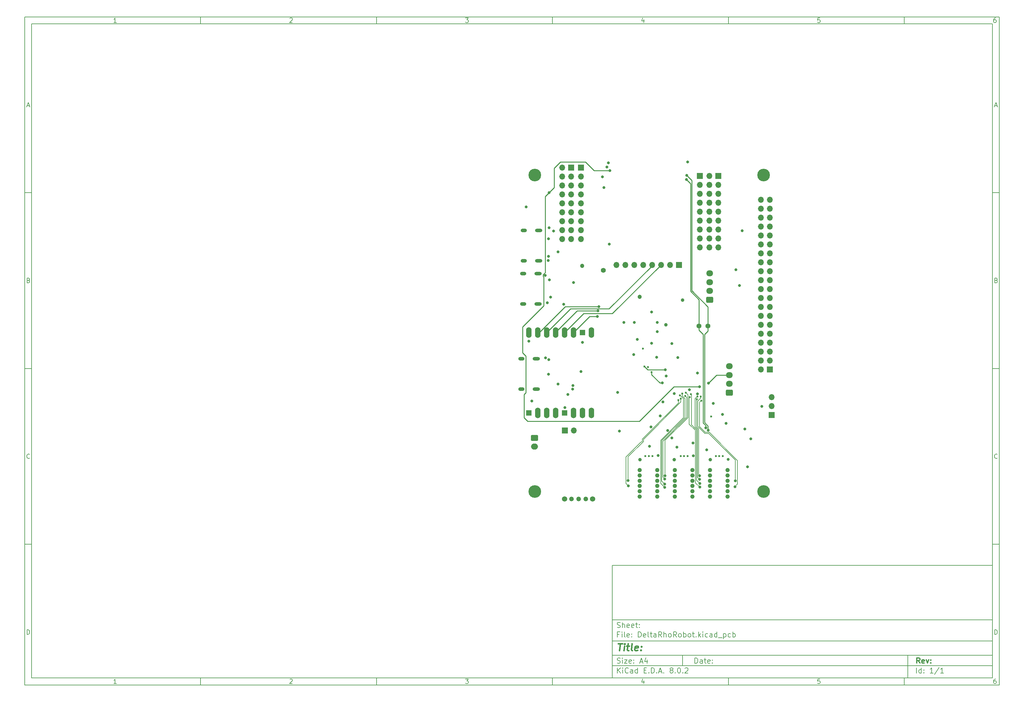
<source format=gbr>
%TF.GenerationSoftware,KiCad,Pcbnew,8.0.2-8.0.2-0~ubuntu22.04.1*%
%TF.CreationDate,2024-05-27T12:26:40-04:00*%
%TF.ProjectId,DeltaRhoRobot,44656c74-6152-4686-9f52-6f626f742e6b,rev?*%
%TF.SameCoordinates,Original*%
%TF.FileFunction,Copper,L4,Bot*%
%TF.FilePolarity,Positive*%
%FSLAX46Y46*%
G04 Gerber Fmt 4.6, Leading zero omitted, Abs format (unit mm)*
G04 Created by KiCad (PCBNEW 8.0.2-8.0.2-0~ubuntu22.04.1) date 2024-05-27 12:26:40*
%MOMM*%
%LPD*%
G01*
G04 APERTURE LIST*
G04 Aperture macros list*
%AMRoundRect*
0 Rectangle with rounded corners*
0 $1 Rounding radius*
0 $2 $3 $4 $5 $6 $7 $8 $9 X,Y pos of 4 corners*
0 Add a 4 corners polygon primitive as box body*
4,1,4,$2,$3,$4,$5,$6,$7,$8,$9,$2,$3,0*
0 Add four circle primitives for the rounded corners*
1,1,$1+$1,$2,$3*
1,1,$1+$1,$4,$5*
1,1,$1+$1,$6,$7*
1,1,$1+$1,$8,$9*
0 Add four rect primitives between the rounded corners*
20,1,$1+$1,$2,$3,$4,$5,0*
20,1,$1+$1,$4,$5,$6,$7,0*
20,1,$1+$1,$6,$7,$8,$9,0*
20,1,$1+$1,$8,$9,$2,$3,0*%
G04 Aperture macros list end*
%ADD10C,0.100000*%
%ADD11C,0.150000*%
%ADD12C,0.300000*%
%ADD13C,0.400000*%
%TA.AperFunction,ComponentPad*%
%ADD14R,1.700000X1.700000*%
%TD*%
%TA.AperFunction,ComponentPad*%
%ADD15O,1.700000X1.700000*%
%TD*%
%TA.AperFunction,ComponentPad*%
%ADD16C,0.600000*%
%TD*%
%TA.AperFunction,ComponentPad*%
%ADD17C,1.400000*%
%TD*%
%TA.AperFunction,ComponentPad*%
%ADD18RoundRect,0.250000X0.725000X-0.600000X0.725000X0.600000X-0.725000X0.600000X-0.725000X-0.600000X0*%
%TD*%
%TA.AperFunction,ComponentPad*%
%ADD19O,1.950000X1.700000*%
%TD*%
%TA.AperFunction,ComponentPad*%
%ADD20C,1.244600*%
%TD*%
%TA.AperFunction,ComponentPad*%
%ADD21C,3.600000*%
%TD*%
%TA.AperFunction,ComponentPad*%
%ADD22RoundRect,0.250000X-0.750000X0.600000X-0.750000X-0.600000X0.750000X-0.600000X0.750000X0.600000X0*%
%TD*%
%TA.AperFunction,ComponentPad*%
%ADD23O,2.000000X1.700000*%
%TD*%
%TA.AperFunction,ComponentPad*%
%ADD24O,2.100000X1.000000*%
%TD*%
%TA.AperFunction,ComponentPad*%
%ADD25O,1.800000X1.000000*%
%TD*%
%TA.AperFunction,ComponentPad*%
%ADD26C,1.320800*%
%TD*%
%TA.AperFunction,ComponentPad*%
%ADD27C,1.498600*%
%TD*%
%TA.AperFunction,ComponentPad*%
%ADD28R,1.524000X1.524000*%
%TD*%
%TA.AperFunction,ComponentPad*%
%ADD29O,1.524000X3.048000*%
%TD*%
%TA.AperFunction,ViaPad*%
%ADD30C,0.800000*%
%TD*%
%TA.AperFunction,ViaPad*%
%ADD31C,0.600000*%
%TD*%
%TA.AperFunction,ViaPad*%
%ADD32C,1.000000*%
%TD*%
%TA.AperFunction,ViaPad*%
%ADD33C,1.400000*%
%TD*%
%TA.AperFunction,ViaPad*%
%ADD34C,1.200000*%
%TD*%
%TA.AperFunction,Conductor*%
%ADD35C,0.200000*%
%TD*%
%TA.AperFunction,Conductor*%
%ADD36C,0.250000*%
%TD*%
G04 APERTURE END LIST*
D10*
D11*
X177002200Y-166007200D02*
X285002200Y-166007200D01*
X285002200Y-198007200D01*
X177002200Y-198007200D01*
X177002200Y-166007200D01*
D10*
D11*
X10000000Y-10000000D02*
X287002200Y-10000000D01*
X287002200Y-200007200D01*
X10000000Y-200007200D01*
X10000000Y-10000000D01*
D10*
D11*
X12000000Y-12000000D02*
X285002200Y-12000000D01*
X285002200Y-198007200D01*
X12000000Y-198007200D01*
X12000000Y-12000000D01*
D10*
D11*
X60000000Y-12000000D02*
X60000000Y-10000000D01*
D10*
D11*
X110000000Y-12000000D02*
X110000000Y-10000000D01*
D10*
D11*
X160000000Y-12000000D02*
X160000000Y-10000000D01*
D10*
D11*
X210000000Y-12000000D02*
X210000000Y-10000000D01*
D10*
D11*
X260000000Y-12000000D02*
X260000000Y-10000000D01*
D10*
D11*
X36089160Y-11593604D02*
X35346303Y-11593604D01*
X35717731Y-11593604D02*
X35717731Y-10293604D01*
X35717731Y-10293604D02*
X35593922Y-10479319D01*
X35593922Y-10479319D02*
X35470112Y-10603128D01*
X35470112Y-10603128D02*
X35346303Y-10665033D01*
D10*
D11*
X85346303Y-10417414D02*
X85408207Y-10355509D01*
X85408207Y-10355509D02*
X85532017Y-10293604D01*
X85532017Y-10293604D02*
X85841541Y-10293604D01*
X85841541Y-10293604D02*
X85965350Y-10355509D01*
X85965350Y-10355509D02*
X86027255Y-10417414D01*
X86027255Y-10417414D02*
X86089160Y-10541223D01*
X86089160Y-10541223D02*
X86089160Y-10665033D01*
X86089160Y-10665033D02*
X86027255Y-10850747D01*
X86027255Y-10850747D02*
X85284398Y-11593604D01*
X85284398Y-11593604D02*
X86089160Y-11593604D01*
D10*
D11*
X135284398Y-10293604D02*
X136089160Y-10293604D01*
X136089160Y-10293604D02*
X135655826Y-10788842D01*
X135655826Y-10788842D02*
X135841541Y-10788842D01*
X135841541Y-10788842D02*
X135965350Y-10850747D01*
X135965350Y-10850747D02*
X136027255Y-10912652D01*
X136027255Y-10912652D02*
X136089160Y-11036461D01*
X136089160Y-11036461D02*
X136089160Y-11345985D01*
X136089160Y-11345985D02*
X136027255Y-11469795D01*
X136027255Y-11469795D02*
X135965350Y-11531700D01*
X135965350Y-11531700D02*
X135841541Y-11593604D01*
X135841541Y-11593604D02*
X135470112Y-11593604D01*
X135470112Y-11593604D02*
X135346303Y-11531700D01*
X135346303Y-11531700D02*
X135284398Y-11469795D01*
D10*
D11*
X185965350Y-10726938D02*
X185965350Y-11593604D01*
X185655826Y-10231700D02*
X185346303Y-11160271D01*
X185346303Y-11160271D02*
X186151064Y-11160271D01*
D10*
D11*
X236027255Y-10293604D02*
X235408207Y-10293604D01*
X235408207Y-10293604D02*
X235346303Y-10912652D01*
X235346303Y-10912652D02*
X235408207Y-10850747D01*
X235408207Y-10850747D02*
X235532017Y-10788842D01*
X235532017Y-10788842D02*
X235841541Y-10788842D01*
X235841541Y-10788842D02*
X235965350Y-10850747D01*
X235965350Y-10850747D02*
X236027255Y-10912652D01*
X236027255Y-10912652D02*
X236089160Y-11036461D01*
X236089160Y-11036461D02*
X236089160Y-11345985D01*
X236089160Y-11345985D02*
X236027255Y-11469795D01*
X236027255Y-11469795D02*
X235965350Y-11531700D01*
X235965350Y-11531700D02*
X235841541Y-11593604D01*
X235841541Y-11593604D02*
X235532017Y-11593604D01*
X235532017Y-11593604D02*
X235408207Y-11531700D01*
X235408207Y-11531700D02*
X235346303Y-11469795D01*
D10*
D11*
X285965350Y-10293604D02*
X285717731Y-10293604D01*
X285717731Y-10293604D02*
X285593922Y-10355509D01*
X285593922Y-10355509D02*
X285532017Y-10417414D01*
X285532017Y-10417414D02*
X285408207Y-10603128D01*
X285408207Y-10603128D02*
X285346303Y-10850747D01*
X285346303Y-10850747D02*
X285346303Y-11345985D01*
X285346303Y-11345985D02*
X285408207Y-11469795D01*
X285408207Y-11469795D02*
X285470112Y-11531700D01*
X285470112Y-11531700D02*
X285593922Y-11593604D01*
X285593922Y-11593604D02*
X285841541Y-11593604D01*
X285841541Y-11593604D02*
X285965350Y-11531700D01*
X285965350Y-11531700D02*
X286027255Y-11469795D01*
X286027255Y-11469795D02*
X286089160Y-11345985D01*
X286089160Y-11345985D02*
X286089160Y-11036461D01*
X286089160Y-11036461D02*
X286027255Y-10912652D01*
X286027255Y-10912652D02*
X285965350Y-10850747D01*
X285965350Y-10850747D02*
X285841541Y-10788842D01*
X285841541Y-10788842D02*
X285593922Y-10788842D01*
X285593922Y-10788842D02*
X285470112Y-10850747D01*
X285470112Y-10850747D02*
X285408207Y-10912652D01*
X285408207Y-10912652D02*
X285346303Y-11036461D01*
D10*
D11*
X60000000Y-198007200D02*
X60000000Y-200007200D01*
D10*
D11*
X110000000Y-198007200D02*
X110000000Y-200007200D01*
D10*
D11*
X160000000Y-198007200D02*
X160000000Y-200007200D01*
D10*
D11*
X210000000Y-198007200D02*
X210000000Y-200007200D01*
D10*
D11*
X260000000Y-198007200D02*
X260000000Y-200007200D01*
D10*
D11*
X36089160Y-199600804D02*
X35346303Y-199600804D01*
X35717731Y-199600804D02*
X35717731Y-198300804D01*
X35717731Y-198300804D02*
X35593922Y-198486519D01*
X35593922Y-198486519D02*
X35470112Y-198610328D01*
X35470112Y-198610328D02*
X35346303Y-198672233D01*
D10*
D11*
X85346303Y-198424614D02*
X85408207Y-198362709D01*
X85408207Y-198362709D02*
X85532017Y-198300804D01*
X85532017Y-198300804D02*
X85841541Y-198300804D01*
X85841541Y-198300804D02*
X85965350Y-198362709D01*
X85965350Y-198362709D02*
X86027255Y-198424614D01*
X86027255Y-198424614D02*
X86089160Y-198548423D01*
X86089160Y-198548423D02*
X86089160Y-198672233D01*
X86089160Y-198672233D02*
X86027255Y-198857947D01*
X86027255Y-198857947D02*
X85284398Y-199600804D01*
X85284398Y-199600804D02*
X86089160Y-199600804D01*
D10*
D11*
X135284398Y-198300804D02*
X136089160Y-198300804D01*
X136089160Y-198300804D02*
X135655826Y-198796042D01*
X135655826Y-198796042D02*
X135841541Y-198796042D01*
X135841541Y-198796042D02*
X135965350Y-198857947D01*
X135965350Y-198857947D02*
X136027255Y-198919852D01*
X136027255Y-198919852D02*
X136089160Y-199043661D01*
X136089160Y-199043661D02*
X136089160Y-199353185D01*
X136089160Y-199353185D02*
X136027255Y-199476995D01*
X136027255Y-199476995D02*
X135965350Y-199538900D01*
X135965350Y-199538900D02*
X135841541Y-199600804D01*
X135841541Y-199600804D02*
X135470112Y-199600804D01*
X135470112Y-199600804D02*
X135346303Y-199538900D01*
X135346303Y-199538900D02*
X135284398Y-199476995D01*
D10*
D11*
X185965350Y-198734138D02*
X185965350Y-199600804D01*
X185655826Y-198238900D02*
X185346303Y-199167471D01*
X185346303Y-199167471D02*
X186151064Y-199167471D01*
D10*
D11*
X236027255Y-198300804D02*
X235408207Y-198300804D01*
X235408207Y-198300804D02*
X235346303Y-198919852D01*
X235346303Y-198919852D02*
X235408207Y-198857947D01*
X235408207Y-198857947D02*
X235532017Y-198796042D01*
X235532017Y-198796042D02*
X235841541Y-198796042D01*
X235841541Y-198796042D02*
X235965350Y-198857947D01*
X235965350Y-198857947D02*
X236027255Y-198919852D01*
X236027255Y-198919852D02*
X236089160Y-199043661D01*
X236089160Y-199043661D02*
X236089160Y-199353185D01*
X236089160Y-199353185D02*
X236027255Y-199476995D01*
X236027255Y-199476995D02*
X235965350Y-199538900D01*
X235965350Y-199538900D02*
X235841541Y-199600804D01*
X235841541Y-199600804D02*
X235532017Y-199600804D01*
X235532017Y-199600804D02*
X235408207Y-199538900D01*
X235408207Y-199538900D02*
X235346303Y-199476995D01*
D10*
D11*
X285965350Y-198300804D02*
X285717731Y-198300804D01*
X285717731Y-198300804D02*
X285593922Y-198362709D01*
X285593922Y-198362709D02*
X285532017Y-198424614D01*
X285532017Y-198424614D02*
X285408207Y-198610328D01*
X285408207Y-198610328D02*
X285346303Y-198857947D01*
X285346303Y-198857947D02*
X285346303Y-199353185D01*
X285346303Y-199353185D02*
X285408207Y-199476995D01*
X285408207Y-199476995D02*
X285470112Y-199538900D01*
X285470112Y-199538900D02*
X285593922Y-199600804D01*
X285593922Y-199600804D02*
X285841541Y-199600804D01*
X285841541Y-199600804D02*
X285965350Y-199538900D01*
X285965350Y-199538900D02*
X286027255Y-199476995D01*
X286027255Y-199476995D02*
X286089160Y-199353185D01*
X286089160Y-199353185D02*
X286089160Y-199043661D01*
X286089160Y-199043661D02*
X286027255Y-198919852D01*
X286027255Y-198919852D02*
X285965350Y-198857947D01*
X285965350Y-198857947D02*
X285841541Y-198796042D01*
X285841541Y-198796042D02*
X285593922Y-198796042D01*
X285593922Y-198796042D02*
X285470112Y-198857947D01*
X285470112Y-198857947D02*
X285408207Y-198919852D01*
X285408207Y-198919852D02*
X285346303Y-199043661D01*
D10*
D11*
X10000000Y-60000000D02*
X12000000Y-60000000D01*
D10*
D11*
X10000000Y-110000000D02*
X12000000Y-110000000D01*
D10*
D11*
X10000000Y-160000000D02*
X12000000Y-160000000D01*
D10*
D11*
X10690476Y-35222176D02*
X11309523Y-35222176D01*
X10566666Y-35593604D02*
X10999999Y-34293604D01*
X10999999Y-34293604D02*
X11433333Y-35593604D01*
D10*
D11*
X11092857Y-84912652D02*
X11278571Y-84974557D01*
X11278571Y-84974557D02*
X11340476Y-85036461D01*
X11340476Y-85036461D02*
X11402380Y-85160271D01*
X11402380Y-85160271D02*
X11402380Y-85345985D01*
X11402380Y-85345985D02*
X11340476Y-85469795D01*
X11340476Y-85469795D02*
X11278571Y-85531700D01*
X11278571Y-85531700D02*
X11154761Y-85593604D01*
X11154761Y-85593604D02*
X10659523Y-85593604D01*
X10659523Y-85593604D02*
X10659523Y-84293604D01*
X10659523Y-84293604D02*
X11092857Y-84293604D01*
X11092857Y-84293604D02*
X11216666Y-84355509D01*
X11216666Y-84355509D02*
X11278571Y-84417414D01*
X11278571Y-84417414D02*
X11340476Y-84541223D01*
X11340476Y-84541223D02*
X11340476Y-84665033D01*
X11340476Y-84665033D02*
X11278571Y-84788842D01*
X11278571Y-84788842D02*
X11216666Y-84850747D01*
X11216666Y-84850747D02*
X11092857Y-84912652D01*
X11092857Y-84912652D02*
X10659523Y-84912652D01*
D10*
D11*
X11402380Y-135469795D02*
X11340476Y-135531700D01*
X11340476Y-135531700D02*
X11154761Y-135593604D01*
X11154761Y-135593604D02*
X11030952Y-135593604D01*
X11030952Y-135593604D02*
X10845238Y-135531700D01*
X10845238Y-135531700D02*
X10721428Y-135407890D01*
X10721428Y-135407890D02*
X10659523Y-135284080D01*
X10659523Y-135284080D02*
X10597619Y-135036461D01*
X10597619Y-135036461D02*
X10597619Y-134850747D01*
X10597619Y-134850747D02*
X10659523Y-134603128D01*
X10659523Y-134603128D02*
X10721428Y-134479319D01*
X10721428Y-134479319D02*
X10845238Y-134355509D01*
X10845238Y-134355509D02*
X11030952Y-134293604D01*
X11030952Y-134293604D02*
X11154761Y-134293604D01*
X11154761Y-134293604D02*
X11340476Y-134355509D01*
X11340476Y-134355509D02*
X11402380Y-134417414D01*
D10*
D11*
X10659523Y-185593604D02*
X10659523Y-184293604D01*
X10659523Y-184293604D02*
X10969047Y-184293604D01*
X10969047Y-184293604D02*
X11154761Y-184355509D01*
X11154761Y-184355509D02*
X11278571Y-184479319D01*
X11278571Y-184479319D02*
X11340476Y-184603128D01*
X11340476Y-184603128D02*
X11402380Y-184850747D01*
X11402380Y-184850747D02*
X11402380Y-185036461D01*
X11402380Y-185036461D02*
X11340476Y-185284080D01*
X11340476Y-185284080D02*
X11278571Y-185407890D01*
X11278571Y-185407890D02*
X11154761Y-185531700D01*
X11154761Y-185531700D02*
X10969047Y-185593604D01*
X10969047Y-185593604D02*
X10659523Y-185593604D01*
D10*
D11*
X287002200Y-60000000D02*
X285002200Y-60000000D01*
D10*
D11*
X287002200Y-110000000D02*
X285002200Y-110000000D01*
D10*
D11*
X287002200Y-160000000D02*
X285002200Y-160000000D01*
D10*
D11*
X285692676Y-35222176D02*
X286311723Y-35222176D01*
X285568866Y-35593604D02*
X286002199Y-34293604D01*
X286002199Y-34293604D02*
X286435533Y-35593604D01*
D10*
D11*
X286095057Y-84912652D02*
X286280771Y-84974557D01*
X286280771Y-84974557D02*
X286342676Y-85036461D01*
X286342676Y-85036461D02*
X286404580Y-85160271D01*
X286404580Y-85160271D02*
X286404580Y-85345985D01*
X286404580Y-85345985D02*
X286342676Y-85469795D01*
X286342676Y-85469795D02*
X286280771Y-85531700D01*
X286280771Y-85531700D02*
X286156961Y-85593604D01*
X286156961Y-85593604D02*
X285661723Y-85593604D01*
X285661723Y-85593604D02*
X285661723Y-84293604D01*
X285661723Y-84293604D02*
X286095057Y-84293604D01*
X286095057Y-84293604D02*
X286218866Y-84355509D01*
X286218866Y-84355509D02*
X286280771Y-84417414D01*
X286280771Y-84417414D02*
X286342676Y-84541223D01*
X286342676Y-84541223D02*
X286342676Y-84665033D01*
X286342676Y-84665033D02*
X286280771Y-84788842D01*
X286280771Y-84788842D02*
X286218866Y-84850747D01*
X286218866Y-84850747D02*
X286095057Y-84912652D01*
X286095057Y-84912652D02*
X285661723Y-84912652D01*
D10*
D11*
X286404580Y-135469795D02*
X286342676Y-135531700D01*
X286342676Y-135531700D02*
X286156961Y-135593604D01*
X286156961Y-135593604D02*
X286033152Y-135593604D01*
X286033152Y-135593604D02*
X285847438Y-135531700D01*
X285847438Y-135531700D02*
X285723628Y-135407890D01*
X285723628Y-135407890D02*
X285661723Y-135284080D01*
X285661723Y-135284080D02*
X285599819Y-135036461D01*
X285599819Y-135036461D02*
X285599819Y-134850747D01*
X285599819Y-134850747D02*
X285661723Y-134603128D01*
X285661723Y-134603128D02*
X285723628Y-134479319D01*
X285723628Y-134479319D02*
X285847438Y-134355509D01*
X285847438Y-134355509D02*
X286033152Y-134293604D01*
X286033152Y-134293604D02*
X286156961Y-134293604D01*
X286156961Y-134293604D02*
X286342676Y-134355509D01*
X286342676Y-134355509D02*
X286404580Y-134417414D01*
D10*
D11*
X285661723Y-185593604D02*
X285661723Y-184293604D01*
X285661723Y-184293604D02*
X285971247Y-184293604D01*
X285971247Y-184293604D02*
X286156961Y-184355509D01*
X286156961Y-184355509D02*
X286280771Y-184479319D01*
X286280771Y-184479319D02*
X286342676Y-184603128D01*
X286342676Y-184603128D02*
X286404580Y-184850747D01*
X286404580Y-184850747D02*
X286404580Y-185036461D01*
X286404580Y-185036461D02*
X286342676Y-185284080D01*
X286342676Y-185284080D02*
X286280771Y-185407890D01*
X286280771Y-185407890D02*
X286156961Y-185531700D01*
X286156961Y-185531700D02*
X285971247Y-185593604D01*
X285971247Y-185593604D02*
X285661723Y-185593604D01*
D10*
D11*
X200458026Y-193793328D02*
X200458026Y-192293328D01*
X200458026Y-192293328D02*
X200815169Y-192293328D01*
X200815169Y-192293328D02*
X201029455Y-192364757D01*
X201029455Y-192364757D02*
X201172312Y-192507614D01*
X201172312Y-192507614D02*
X201243741Y-192650471D01*
X201243741Y-192650471D02*
X201315169Y-192936185D01*
X201315169Y-192936185D02*
X201315169Y-193150471D01*
X201315169Y-193150471D02*
X201243741Y-193436185D01*
X201243741Y-193436185D02*
X201172312Y-193579042D01*
X201172312Y-193579042D02*
X201029455Y-193721900D01*
X201029455Y-193721900D02*
X200815169Y-193793328D01*
X200815169Y-193793328D02*
X200458026Y-193793328D01*
X202600884Y-193793328D02*
X202600884Y-193007614D01*
X202600884Y-193007614D02*
X202529455Y-192864757D01*
X202529455Y-192864757D02*
X202386598Y-192793328D01*
X202386598Y-192793328D02*
X202100884Y-192793328D01*
X202100884Y-192793328D02*
X201958026Y-192864757D01*
X202600884Y-193721900D02*
X202458026Y-193793328D01*
X202458026Y-193793328D02*
X202100884Y-193793328D01*
X202100884Y-193793328D02*
X201958026Y-193721900D01*
X201958026Y-193721900D02*
X201886598Y-193579042D01*
X201886598Y-193579042D02*
X201886598Y-193436185D01*
X201886598Y-193436185D02*
X201958026Y-193293328D01*
X201958026Y-193293328D02*
X202100884Y-193221900D01*
X202100884Y-193221900D02*
X202458026Y-193221900D01*
X202458026Y-193221900D02*
X202600884Y-193150471D01*
X203100884Y-192793328D02*
X203672312Y-192793328D01*
X203315169Y-192293328D02*
X203315169Y-193579042D01*
X203315169Y-193579042D02*
X203386598Y-193721900D01*
X203386598Y-193721900D02*
X203529455Y-193793328D01*
X203529455Y-193793328D02*
X203672312Y-193793328D01*
X204743741Y-193721900D02*
X204600884Y-193793328D01*
X204600884Y-193793328D02*
X204315170Y-193793328D01*
X204315170Y-193793328D02*
X204172312Y-193721900D01*
X204172312Y-193721900D02*
X204100884Y-193579042D01*
X204100884Y-193579042D02*
X204100884Y-193007614D01*
X204100884Y-193007614D02*
X204172312Y-192864757D01*
X204172312Y-192864757D02*
X204315170Y-192793328D01*
X204315170Y-192793328D02*
X204600884Y-192793328D01*
X204600884Y-192793328D02*
X204743741Y-192864757D01*
X204743741Y-192864757D02*
X204815170Y-193007614D01*
X204815170Y-193007614D02*
X204815170Y-193150471D01*
X204815170Y-193150471D02*
X204100884Y-193293328D01*
X205458026Y-193650471D02*
X205529455Y-193721900D01*
X205529455Y-193721900D02*
X205458026Y-193793328D01*
X205458026Y-193793328D02*
X205386598Y-193721900D01*
X205386598Y-193721900D02*
X205458026Y-193650471D01*
X205458026Y-193650471D02*
X205458026Y-193793328D01*
X205458026Y-192864757D02*
X205529455Y-192936185D01*
X205529455Y-192936185D02*
X205458026Y-193007614D01*
X205458026Y-193007614D02*
X205386598Y-192936185D01*
X205386598Y-192936185D02*
X205458026Y-192864757D01*
X205458026Y-192864757D02*
X205458026Y-193007614D01*
D10*
D11*
X177002200Y-194507200D02*
X285002200Y-194507200D01*
D10*
D11*
X178458026Y-196593328D02*
X178458026Y-195093328D01*
X179315169Y-196593328D02*
X178672312Y-195736185D01*
X179315169Y-195093328D02*
X178458026Y-195950471D01*
X179958026Y-196593328D02*
X179958026Y-195593328D01*
X179958026Y-195093328D02*
X179886598Y-195164757D01*
X179886598Y-195164757D02*
X179958026Y-195236185D01*
X179958026Y-195236185D02*
X180029455Y-195164757D01*
X180029455Y-195164757D02*
X179958026Y-195093328D01*
X179958026Y-195093328D02*
X179958026Y-195236185D01*
X181529455Y-196450471D02*
X181458027Y-196521900D01*
X181458027Y-196521900D02*
X181243741Y-196593328D01*
X181243741Y-196593328D02*
X181100884Y-196593328D01*
X181100884Y-196593328D02*
X180886598Y-196521900D01*
X180886598Y-196521900D02*
X180743741Y-196379042D01*
X180743741Y-196379042D02*
X180672312Y-196236185D01*
X180672312Y-196236185D02*
X180600884Y-195950471D01*
X180600884Y-195950471D02*
X180600884Y-195736185D01*
X180600884Y-195736185D02*
X180672312Y-195450471D01*
X180672312Y-195450471D02*
X180743741Y-195307614D01*
X180743741Y-195307614D02*
X180886598Y-195164757D01*
X180886598Y-195164757D02*
X181100884Y-195093328D01*
X181100884Y-195093328D02*
X181243741Y-195093328D01*
X181243741Y-195093328D02*
X181458027Y-195164757D01*
X181458027Y-195164757D02*
X181529455Y-195236185D01*
X182815170Y-196593328D02*
X182815170Y-195807614D01*
X182815170Y-195807614D02*
X182743741Y-195664757D01*
X182743741Y-195664757D02*
X182600884Y-195593328D01*
X182600884Y-195593328D02*
X182315170Y-195593328D01*
X182315170Y-195593328D02*
X182172312Y-195664757D01*
X182815170Y-196521900D02*
X182672312Y-196593328D01*
X182672312Y-196593328D02*
X182315170Y-196593328D01*
X182315170Y-196593328D02*
X182172312Y-196521900D01*
X182172312Y-196521900D02*
X182100884Y-196379042D01*
X182100884Y-196379042D02*
X182100884Y-196236185D01*
X182100884Y-196236185D02*
X182172312Y-196093328D01*
X182172312Y-196093328D02*
X182315170Y-196021900D01*
X182315170Y-196021900D02*
X182672312Y-196021900D01*
X182672312Y-196021900D02*
X182815170Y-195950471D01*
X184172313Y-196593328D02*
X184172313Y-195093328D01*
X184172313Y-196521900D02*
X184029455Y-196593328D01*
X184029455Y-196593328D02*
X183743741Y-196593328D01*
X183743741Y-196593328D02*
X183600884Y-196521900D01*
X183600884Y-196521900D02*
X183529455Y-196450471D01*
X183529455Y-196450471D02*
X183458027Y-196307614D01*
X183458027Y-196307614D02*
X183458027Y-195879042D01*
X183458027Y-195879042D02*
X183529455Y-195736185D01*
X183529455Y-195736185D02*
X183600884Y-195664757D01*
X183600884Y-195664757D02*
X183743741Y-195593328D01*
X183743741Y-195593328D02*
X184029455Y-195593328D01*
X184029455Y-195593328D02*
X184172313Y-195664757D01*
X186029455Y-195807614D02*
X186529455Y-195807614D01*
X186743741Y-196593328D02*
X186029455Y-196593328D01*
X186029455Y-196593328D02*
X186029455Y-195093328D01*
X186029455Y-195093328D02*
X186743741Y-195093328D01*
X187386598Y-196450471D02*
X187458027Y-196521900D01*
X187458027Y-196521900D02*
X187386598Y-196593328D01*
X187386598Y-196593328D02*
X187315170Y-196521900D01*
X187315170Y-196521900D02*
X187386598Y-196450471D01*
X187386598Y-196450471D02*
X187386598Y-196593328D01*
X188100884Y-196593328D02*
X188100884Y-195093328D01*
X188100884Y-195093328D02*
X188458027Y-195093328D01*
X188458027Y-195093328D02*
X188672313Y-195164757D01*
X188672313Y-195164757D02*
X188815170Y-195307614D01*
X188815170Y-195307614D02*
X188886599Y-195450471D01*
X188886599Y-195450471D02*
X188958027Y-195736185D01*
X188958027Y-195736185D02*
X188958027Y-195950471D01*
X188958027Y-195950471D02*
X188886599Y-196236185D01*
X188886599Y-196236185D02*
X188815170Y-196379042D01*
X188815170Y-196379042D02*
X188672313Y-196521900D01*
X188672313Y-196521900D02*
X188458027Y-196593328D01*
X188458027Y-196593328D02*
X188100884Y-196593328D01*
X189600884Y-196450471D02*
X189672313Y-196521900D01*
X189672313Y-196521900D02*
X189600884Y-196593328D01*
X189600884Y-196593328D02*
X189529456Y-196521900D01*
X189529456Y-196521900D02*
X189600884Y-196450471D01*
X189600884Y-196450471D02*
X189600884Y-196593328D01*
X190243742Y-196164757D02*
X190958028Y-196164757D01*
X190100885Y-196593328D02*
X190600885Y-195093328D01*
X190600885Y-195093328D02*
X191100885Y-196593328D01*
X191600884Y-196450471D02*
X191672313Y-196521900D01*
X191672313Y-196521900D02*
X191600884Y-196593328D01*
X191600884Y-196593328D02*
X191529456Y-196521900D01*
X191529456Y-196521900D02*
X191600884Y-196450471D01*
X191600884Y-196450471D02*
X191600884Y-196593328D01*
X193672313Y-195736185D02*
X193529456Y-195664757D01*
X193529456Y-195664757D02*
X193458027Y-195593328D01*
X193458027Y-195593328D02*
X193386599Y-195450471D01*
X193386599Y-195450471D02*
X193386599Y-195379042D01*
X193386599Y-195379042D02*
X193458027Y-195236185D01*
X193458027Y-195236185D02*
X193529456Y-195164757D01*
X193529456Y-195164757D02*
X193672313Y-195093328D01*
X193672313Y-195093328D02*
X193958027Y-195093328D01*
X193958027Y-195093328D02*
X194100885Y-195164757D01*
X194100885Y-195164757D02*
X194172313Y-195236185D01*
X194172313Y-195236185D02*
X194243742Y-195379042D01*
X194243742Y-195379042D02*
X194243742Y-195450471D01*
X194243742Y-195450471D02*
X194172313Y-195593328D01*
X194172313Y-195593328D02*
X194100885Y-195664757D01*
X194100885Y-195664757D02*
X193958027Y-195736185D01*
X193958027Y-195736185D02*
X193672313Y-195736185D01*
X193672313Y-195736185D02*
X193529456Y-195807614D01*
X193529456Y-195807614D02*
X193458027Y-195879042D01*
X193458027Y-195879042D02*
X193386599Y-196021900D01*
X193386599Y-196021900D02*
X193386599Y-196307614D01*
X193386599Y-196307614D02*
X193458027Y-196450471D01*
X193458027Y-196450471D02*
X193529456Y-196521900D01*
X193529456Y-196521900D02*
X193672313Y-196593328D01*
X193672313Y-196593328D02*
X193958027Y-196593328D01*
X193958027Y-196593328D02*
X194100885Y-196521900D01*
X194100885Y-196521900D02*
X194172313Y-196450471D01*
X194172313Y-196450471D02*
X194243742Y-196307614D01*
X194243742Y-196307614D02*
X194243742Y-196021900D01*
X194243742Y-196021900D02*
X194172313Y-195879042D01*
X194172313Y-195879042D02*
X194100885Y-195807614D01*
X194100885Y-195807614D02*
X193958027Y-195736185D01*
X194886598Y-196450471D02*
X194958027Y-196521900D01*
X194958027Y-196521900D02*
X194886598Y-196593328D01*
X194886598Y-196593328D02*
X194815170Y-196521900D01*
X194815170Y-196521900D02*
X194886598Y-196450471D01*
X194886598Y-196450471D02*
X194886598Y-196593328D01*
X195886599Y-195093328D02*
X196029456Y-195093328D01*
X196029456Y-195093328D02*
X196172313Y-195164757D01*
X196172313Y-195164757D02*
X196243742Y-195236185D01*
X196243742Y-195236185D02*
X196315170Y-195379042D01*
X196315170Y-195379042D02*
X196386599Y-195664757D01*
X196386599Y-195664757D02*
X196386599Y-196021900D01*
X196386599Y-196021900D02*
X196315170Y-196307614D01*
X196315170Y-196307614D02*
X196243742Y-196450471D01*
X196243742Y-196450471D02*
X196172313Y-196521900D01*
X196172313Y-196521900D02*
X196029456Y-196593328D01*
X196029456Y-196593328D02*
X195886599Y-196593328D01*
X195886599Y-196593328D02*
X195743742Y-196521900D01*
X195743742Y-196521900D02*
X195672313Y-196450471D01*
X195672313Y-196450471D02*
X195600884Y-196307614D01*
X195600884Y-196307614D02*
X195529456Y-196021900D01*
X195529456Y-196021900D02*
X195529456Y-195664757D01*
X195529456Y-195664757D02*
X195600884Y-195379042D01*
X195600884Y-195379042D02*
X195672313Y-195236185D01*
X195672313Y-195236185D02*
X195743742Y-195164757D01*
X195743742Y-195164757D02*
X195886599Y-195093328D01*
X197029455Y-196450471D02*
X197100884Y-196521900D01*
X197100884Y-196521900D02*
X197029455Y-196593328D01*
X197029455Y-196593328D02*
X196958027Y-196521900D01*
X196958027Y-196521900D02*
X197029455Y-196450471D01*
X197029455Y-196450471D02*
X197029455Y-196593328D01*
X197672313Y-195236185D02*
X197743741Y-195164757D01*
X197743741Y-195164757D02*
X197886599Y-195093328D01*
X197886599Y-195093328D02*
X198243741Y-195093328D01*
X198243741Y-195093328D02*
X198386599Y-195164757D01*
X198386599Y-195164757D02*
X198458027Y-195236185D01*
X198458027Y-195236185D02*
X198529456Y-195379042D01*
X198529456Y-195379042D02*
X198529456Y-195521900D01*
X198529456Y-195521900D02*
X198458027Y-195736185D01*
X198458027Y-195736185D02*
X197600884Y-196593328D01*
X197600884Y-196593328D02*
X198529456Y-196593328D01*
D10*
D11*
X177002200Y-191507200D02*
X285002200Y-191507200D01*
D10*
D12*
X264413853Y-193785528D02*
X263913853Y-193071242D01*
X263556710Y-193785528D02*
X263556710Y-192285528D01*
X263556710Y-192285528D02*
X264128139Y-192285528D01*
X264128139Y-192285528D02*
X264270996Y-192356957D01*
X264270996Y-192356957D02*
X264342425Y-192428385D01*
X264342425Y-192428385D02*
X264413853Y-192571242D01*
X264413853Y-192571242D02*
X264413853Y-192785528D01*
X264413853Y-192785528D02*
X264342425Y-192928385D01*
X264342425Y-192928385D02*
X264270996Y-192999814D01*
X264270996Y-192999814D02*
X264128139Y-193071242D01*
X264128139Y-193071242D02*
X263556710Y-193071242D01*
X265628139Y-193714100D02*
X265485282Y-193785528D01*
X265485282Y-193785528D02*
X265199568Y-193785528D01*
X265199568Y-193785528D02*
X265056710Y-193714100D01*
X265056710Y-193714100D02*
X264985282Y-193571242D01*
X264985282Y-193571242D02*
X264985282Y-192999814D01*
X264985282Y-192999814D02*
X265056710Y-192856957D01*
X265056710Y-192856957D02*
X265199568Y-192785528D01*
X265199568Y-192785528D02*
X265485282Y-192785528D01*
X265485282Y-192785528D02*
X265628139Y-192856957D01*
X265628139Y-192856957D02*
X265699568Y-192999814D01*
X265699568Y-192999814D02*
X265699568Y-193142671D01*
X265699568Y-193142671D02*
X264985282Y-193285528D01*
X266199567Y-192785528D02*
X266556710Y-193785528D01*
X266556710Y-193785528D02*
X266913853Y-192785528D01*
X267485281Y-193642671D02*
X267556710Y-193714100D01*
X267556710Y-193714100D02*
X267485281Y-193785528D01*
X267485281Y-193785528D02*
X267413853Y-193714100D01*
X267413853Y-193714100D02*
X267485281Y-193642671D01*
X267485281Y-193642671D02*
X267485281Y-193785528D01*
X267485281Y-192856957D02*
X267556710Y-192928385D01*
X267556710Y-192928385D02*
X267485281Y-192999814D01*
X267485281Y-192999814D02*
X267413853Y-192928385D01*
X267413853Y-192928385D02*
X267485281Y-192856957D01*
X267485281Y-192856957D02*
X267485281Y-192999814D01*
D10*
D11*
X178386598Y-193721900D02*
X178600884Y-193793328D01*
X178600884Y-193793328D02*
X178958026Y-193793328D01*
X178958026Y-193793328D02*
X179100884Y-193721900D01*
X179100884Y-193721900D02*
X179172312Y-193650471D01*
X179172312Y-193650471D02*
X179243741Y-193507614D01*
X179243741Y-193507614D02*
X179243741Y-193364757D01*
X179243741Y-193364757D02*
X179172312Y-193221900D01*
X179172312Y-193221900D02*
X179100884Y-193150471D01*
X179100884Y-193150471D02*
X178958026Y-193079042D01*
X178958026Y-193079042D02*
X178672312Y-193007614D01*
X178672312Y-193007614D02*
X178529455Y-192936185D01*
X178529455Y-192936185D02*
X178458026Y-192864757D01*
X178458026Y-192864757D02*
X178386598Y-192721900D01*
X178386598Y-192721900D02*
X178386598Y-192579042D01*
X178386598Y-192579042D02*
X178458026Y-192436185D01*
X178458026Y-192436185D02*
X178529455Y-192364757D01*
X178529455Y-192364757D02*
X178672312Y-192293328D01*
X178672312Y-192293328D02*
X179029455Y-192293328D01*
X179029455Y-192293328D02*
X179243741Y-192364757D01*
X179886597Y-193793328D02*
X179886597Y-192793328D01*
X179886597Y-192293328D02*
X179815169Y-192364757D01*
X179815169Y-192364757D02*
X179886597Y-192436185D01*
X179886597Y-192436185D02*
X179958026Y-192364757D01*
X179958026Y-192364757D02*
X179886597Y-192293328D01*
X179886597Y-192293328D02*
X179886597Y-192436185D01*
X180458026Y-192793328D02*
X181243741Y-192793328D01*
X181243741Y-192793328D02*
X180458026Y-193793328D01*
X180458026Y-193793328D02*
X181243741Y-193793328D01*
X182386598Y-193721900D02*
X182243741Y-193793328D01*
X182243741Y-193793328D02*
X181958027Y-193793328D01*
X181958027Y-193793328D02*
X181815169Y-193721900D01*
X181815169Y-193721900D02*
X181743741Y-193579042D01*
X181743741Y-193579042D02*
X181743741Y-193007614D01*
X181743741Y-193007614D02*
X181815169Y-192864757D01*
X181815169Y-192864757D02*
X181958027Y-192793328D01*
X181958027Y-192793328D02*
X182243741Y-192793328D01*
X182243741Y-192793328D02*
X182386598Y-192864757D01*
X182386598Y-192864757D02*
X182458027Y-193007614D01*
X182458027Y-193007614D02*
X182458027Y-193150471D01*
X182458027Y-193150471D02*
X181743741Y-193293328D01*
X183100883Y-193650471D02*
X183172312Y-193721900D01*
X183172312Y-193721900D02*
X183100883Y-193793328D01*
X183100883Y-193793328D02*
X183029455Y-193721900D01*
X183029455Y-193721900D02*
X183100883Y-193650471D01*
X183100883Y-193650471D02*
X183100883Y-193793328D01*
X183100883Y-192864757D02*
X183172312Y-192936185D01*
X183172312Y-192936185D02*
X183100883Y-193007614D01*
X183100883Y-193007614D02*
X183029455Y-192936185D01*
X183029455Y-192936185D02*
X183100883Y-192864757D01*
X183100883Y-192864757D02*
X183100883Y-193007614D01*
X184886598Y-193364757D02*
X185600884Y-193364757D01*
X184743741Y-193793328D02*
X185243741Y-192293328D01*
X185243741Y-192293328D02*
X185743741Y-193793328D01*
X186886598Y-192793328D02*
X186886598Y-193793328D01*
X186529455Y-192221900D02*
X186172312Y-193293328D01*
X186172312Y-193293328D02*
X187100883Y-193293328D01*
D10*
D11*
X263458026Y-196593328D02*
X263458026Y-195093328D01*
X264815170Y-196593328D02*
X264815170Y-195093328D01*
X264815170Y-196521900D02*
X264672312Y-196593328D01*
X264672312Y-196593328D02*
X264386598Y-196593328D01*
X264386598Y-196593328D02*
X264243741Y-196521900D01*
X264243741Y-196521900D02*
X264172312Y-196450471D01*
X264172312Y-196450471D02*
X264100884Y-196307614D01*
X264100884Y-196307614D02*
X264100884Y-195879042D01*
X264100884Y-195879042D02*
X264172312Y-195736185D01*
X264172312Y-195736185D02*
X264243741Y-195664757D01*
X264243741Y-195664757D02*
X264386598Y-195593328D01*
X264386598Y-195593328D02*
X264672312Y-195593328D01*
X264672312Y-195593328D02*
X264815170Y-195664757D01*
X265529455Y-196450471D02*
X265600884Y-196521900D01*
X265600884Y-196521900D02*
X265529455Y-196593328D01*
X265529455Y-196593328D02*
X265458027Y-196521900D01*
X265458027Y-196521900D02*
X265529455Y-196450471D01*
X265529455Y-196450471D02*
X265529455Y-196593328D01*
X265529455Y-195664757D02*
X265600884Y-195736185D01*
X265600884Y-195736185D02*
X265529455Y-195807614D01*
X265529455Y-195807614D02*
X265458027Y-195736185D01*
X265458027Y-195736185D02*
X265529455Y-195664757D01*
X265529455Y-195664757D02*
X265529455Y-195807614D01*
X268172313Y-196593328D02*
X267315170Y-196593328D01*
X267743741Y-196593328D02*
X267743741Y-195093328D01*
X267743741Y-195093328D02*
X267600884Y-195307614D01*
X267600884Y-195307614D02*
X267458027Y-195450471D01*
X267458027Y-195450471D02*
X267315170Y-195521900D01*
X269886598Y-195021900D02*
X268600884Y-196950471D01*
X271172313Y-196593328D02*
X270315170Y-196593328D01*
X270743741Y-196593328D02*
X270743741Y-195093328D01*
X270743741Y-195093328D02*
X270600884Y-195307614D01*
X270600884Y-195307614D02*
X270458027Y-195450471D01*
X270458027Y-195450471D02*
X270315170Y-195521900D01*
D10*
D11*
X177002200Y-187507200D02*
X285002200Y-187507200D01*
D10*
D13*
X178693928Y-188211638D02*
X179836785Y-188211638D01*
X179015357Y-190211638D02*
X179265357Y-188211638D01*
X180253452Y-190211638D02*
X180420119Y-188878304D01*
X180503452Y-188211638D02*
X180396309Y-188306876D01*
X180396309Y-188306876D02*
X180479643Y-188402114D01*
X180479643Y-188402114D02*
X180586786Y-188306876D01*
X180586786Y-188306876D02*
X180503452Y-188211638D01*
X180503452Y-188211638D02*
X180479643Y-188402114D01*
X181086786Y-188878304D02*
X181848690Y-188878304D01*
X181455833Y-188211638D02*
X181241548Y-189925923D01*
X181241548Y-189925923D02*
X181312976Y-190116400D01*
X181312976Y-190116400D02*
X181491548Y-190211638D01*
X181491548Y-190211638D02*
X181682024Y-190211638D01*
X182634405Y-190211638D02*
X182455833Y-190116400D01*
X182455833Y-190116400D02*
X182384405Y-189925923D01*
X182384405Y-189925923D02*
X182598690Y-188211638D01*
X184170119Y-190116400D02*
X183967738Y-190211638D01*
X183967738Y-190211638D02*
X183586785Y-190211638D01*
X183586785Y-190211638D02*
X183408214Y-190116400D01*
X183408214Y-190116400D02*
X183336785Y-189925923D01*
X183336785Y-189925923D02*
X183432024Y-189164019D01*
X183432024Y-189164019D02*
X183551071Y-188973542D01*
X183551071Y-188973542D02*
X183753452Y-188878304D01*
X183753452Y-188878304D02*
X184134404Y-188878304D01*
X184134404Y-188878304D02*
X184312976Y-188973542D01*
X184312976Y-188973542D02*
X184384404Y-189164019D01*
X184384404Y-189164019D02*
X184360595Y-189354495D01*
X184360595Y-189354495D02*
X183384404Y-189544971D01*
X185134405Y-190021161D02*
X185217738Y-190116400D01*
X185217738Y-190116400D02*
X185110595Y-190211638D01*
X185110595Y-190211638D02*
X185027262Y-190116400D01*
X185027262Y-190116400D02*
X185134405Y-190021161D01*
X185134405Y-190021161D02*
X185110595Y-190211638D01*
X185265357Y-188973542D02*
X185348690Y-189068780D01*
X185348690Y-189068780D02*
X185241548Y-189164019D01*
X185241548Y-189164019D02*
X185158214Y-189068780D01*
X185158214Y-189068780D02*
X185265357Y-188973542D01*
X185265357Y-188973542D02*
X185241548Y-189164019D01*
D10*
D11*
X178958026Y-185607614D02*
X178458026Y-185607614D01*
X178458026Y-186393328D02*
X178458026Y-184893328D01*
X178458026Y-184893328D02*
X179172312Y-184893328D01*
X179743740Y-186393328D02*
X179743740Y-185393328D01*
X179743740Y-184893328D02*
X179672312Y-184964757D01*
X179672312Y-184964757D02*
X179743740Y-185036185D01*
X179743740Y-185036185D02*
X179815169Y-184964757D01*
X179815169Y-184964757D02*
X179743740Y-184893328D01*
X179743740Y-184893328D02*
X179743740Y-185036185D01*
X180672312Y-186393328D02*
X180529455Y-186321900D01*
X180529455Y-186321900D02*
X180458026Y-186179042D01*
X180458026Y-186179042D02*
X180458026Y-184893328D01*
X181815169Y-186321900D02*
X181672312Y-186393328D01*
X181672312Y-186393328D02*
X181386598Y-186393328D01*
X181386598Y-186393328D02*
X181243740Y-186321900D01*
X181243740Y-186321900D02*
X181172312Y-186179042D01*
X181172312Y-186179042D02*
X181172312Y-185607614D01*
X181172312Y-185607614D02*
X181243740Y-185464757D01*
X181243740Y-185464757D02*
X181386598Y-185393328D01*
X181386598Y-185393328D02*
X181672312Y-185393328D01*
X181672312Y-185393328D02*
X181815169Y-185464757D01*
X181815169Y-185464757D02*
X181886598Y-185607614D01*
X181886598Y-185607614D02*
X181886598Y-185750471D01*
X181886598Y-185750471D02*
X181172312Y-185893328D01*
X182529454Y-186250471D02*
X182600883Y-186321900D01*
X182600883Y-186321900D02*
X182529454Y-186393328D01*
X182529454Y-186393328D02*
X182458026Y-186321900D01*
X182458026Y-186321900D02*
X182529454Y-186250471D01*
X182529454Y-186250471D02*
X182529454Y-186393328D01*
X182529454Y-185464757D02*
X182600883Y-185536185D01*
X182600883Y-185536185D02*
X182529454Y-185607614D01*
X182529454Y-185607614D02*
X182458026Y-185536185D01*
X182458026Y-185536185D02*
X182529454Y-185464757D01*
X182529454Y-185464757D02*
X182529454Y-185607614D01*
X184386597Y-186393328D02*
X184386597Y-184893328D01*
X184386597Y-184893328D02*
X184743740Y-184893328D01*
X184743740Y-184893328D02*
X184958026Y-184964757D01*
X184958026Y-184964757D02*
X185100883Y-185107614D01*
X185100883Y-185107614D02*
X185172312Y-185250471D01*
X185172312Y-185250471D02*
X185243740Y-185536185D01*
X185243740Y-185536185D02*
X185243740Y-185750471D01*
X185243740Y-185750471D02*
X185172312Y-186036185D01*
X185172312Y-186036185D02*
X185100883Y-186179042D01*
X185100883Y-186179042D02*
X184958026Y-186321900D01*
X184958026Y-186321900D02*
X184743740Y-186393328D01*
X184743740Y-186393328D02*
X184386597Y-186393328D01*
X186458026Y-186321900D02*
X186315169Y-186393328D01*
X186315169Y-186393328D02*
X186029455Y-186393328D01*
X186029455Y-186393328D02*
X185886597Y-186321900D01*
X185886597Y-186321900D02*
X185815169Y-186179042D01*
X185815169Y-186179042D02*
X185815169Y-185607614D01*
X185815169Y-185607614D02*
X185886597Y-185464757D01*
X185886597Y-185464757D02*
X186029455Y-185393328D01*
X186029455Y-185393328D02*
X186315169Y-185393328D01*
X186315169Y-185393328D02*
X186458026Y-185464757D01*
X186458026Y-185464757D02*
X186529455Y-185607614D01*
X186529455Y-185607614D02*
X186529455Y-185750471D01*
X186529455Y-185750471D02*
X185815169Y-185893328D01*
X187386597Y-186393328D02*
X187243740Y-186321900D01*
X187243740Y-186321900D02*
X187172311Y-186179042D01*
X187172311Y-186179042D02*
X187172311Y-184893328D01*
X187743740Y-185393328D02*
X188315168Y-185393328D01*
X187958025Y-184893328D02*
X187958025Y-186179042D01*
X187958025Y-186179042D02*
X188029454Y-186321900D01*
X188029454Y-186321900D02*
X188172311Y-186393328D01*
X188172311Y-186393328D02*
X188315168Y-186393328D01*
X189458026Y-186393328D02*
X189458026Y-185607614D01*
X189458026Y-185607614D02*
X189386597Y-185464757D01*
X189386597Y-185464757D02*
X189243740Y-185393328D01*
X189243740Y-185393328D02*
X188958026Y-185393328D01*
X188958026Y-185393328D02*
X188815168Y-185464757D01*
X189458026Y-186321900D02*
X189315168Y-186393328D01*
X189315168Y-186393328D02*
X188958026Y-186393328D01*
X188958026Y-186393328D02*
X188815168Y-186321900D01*
X188815168Y-186321900D02*
X188743740Y-186179042D01*
X188743740Y-186179042D02*
X188743740Y-186036185D01*
X188743740Y-186036185D02*
X188815168Y-185893328D01*
X188815168Y-185893328D02*
X188958026Y-185821900D01*
X188958026Y-185821900D02*
X189315168Y-185821900D01*
X189315168Y-185821900D02*
X189458026Y-185750471D01*
X191029454Y-186393328D02*
X190529454Y-185679042D01*
X190172311Y-186393328D02*
X190172311Y-184893328D01*
X190172311Y-184893328D02*
X190743740Y-184893328D01*
X190743740Y-184893328D02*
X190886597Y-184964757D01*
X190886597Y-184964757D02*
X190958026Y-185036185D01*
X190958026Y-185036185D02*
X191029454Y-185179042D01*
X191029454Y-185179042D02*
X191029454Y-185393328D01*
X191029454Y-185393328D02*
X190958026Y-185536185D01*
X190958026Y-185536185D02*
X190886597Y-185607614D01*
X190886597Y-185607614D02*
X190743740Y-185679042D01*
X190743740Y-185679042D02*
X190172311Y-185679042D01*
X191672311Y-186393328D02*
X191672311Y-184893328D01*
X192315169Y-186393328D02*
X192315169Y-185607614D01*
X192315169Y-185607614D02*
X192243740Y-185464757D01*
X192243740Y-185464757D02*
X192100883Y-185393328D01*
X192100883Y-185393328D02*
X191886597Y-185393328D01*
X191886597Y-185393328D02*
X191743740Y-185464757D01*
X191743740Y-185464757D02*
X191672311Y-185536185D01*
X193243740Y-186393328D02*
X193100883Y-186321900D01*
X193100883Y-186321900D02*
X193029454Y-186250471D01*
X193029454Y-186250471D02*
X192958026Y-186107614D01*
X192958026Y-186107614D02*
X192958026Y-185679042D01*
X192958026Y-185679042D02*
X193029454Y-185536185D01*
X193029454Y-185536185D02*
X193100883Y-185464757D01*
X193100883Y-185464757D02*
X193243740Y-185393328D01*
X193243740Y-185393328D02*
X193458026Y-185393328D01*
X193458026Y-185393328D02*
X193600883Y-185464757D01*
X193600883Y-185464757D02*
X193672312Y-185536185D01*
X193672312Y-185536185D02*
X193743740Y-185679042D01*
X193743740Y-185679042D02*
X193743740Y-186107614D01*
X193743740Y-186107614D02*
X193672312Y-186250471D01*
X193672312Y-186250471D02*
X193600883Y-186321900D01*
X193600883Y-186321900D02*
X193458026Y-186393328D01*
X193458026Y-186393328D02*
X193243740Y-186393328D01*
X195243740Y-186393328D02*
X194743740Y-185679042D01*
X194386597Y-186393328D02*
X194386597Y-184893328D01*
X194386597Y-184893328D02*
X194958026Y-184893328D01*
X194958026Y-184893328D02*
X195100883Y-184964757D01*
X195100883Y-184964757D02*
X195172312Y-185036185D01*
X195172312Y-185036185D02*
X195243740Y-185179042D01*
X195243740Y-185179042D02*
X195243740Y-185393328D01*
X195243740Y-185393328D02*
X195172312Y-185536185D01*
X195172312Y-185536185D02*
X195100883Y-185607614D01*
X195100883Y-185607614D02*
X194958026Y-185679042D01*
X194958026Y-185679042D02*
X194386597Y-185679042D01*
X196100883Y-186393328D02*
X195958026Y-186321900D01*
X195958026Y-186321900D02*
X195886597Y-186250471D01*
X195886597Y-186250471D02*
X195815169Y-186107614D01*
X195815169Y-186107614D02*
X195815169Y-185679042D01*
X195815169Y-185679042D02*
X195886597Y-185536185D01*
X195886597Y-185536185D02*
X195958026Y-185464757D01*
X195958026Y-185464757D02*
X196100883Y-185393328D01*
X196100883Y-185393328D02*
X196315169Y-185393328D01*
X196315169Y-185393328D02*
X196458026Y-185464757D01*
X196458026Y-185464757D02*
X196529455Y-185536185D01*
X196529455Y-185536185D02*
X196600883Y-185679042D01*
X196600883Y-185679042D02*
X196600883Y-186107614D01*
X196600883Y-186107614D02*
X196529455Y-186250471D01*
X196529455Y-186250471D02*
X196458026Y-186321900D01*
X196458026Y-186321900D02*
X196315169Y-186393328D01*
X196315169Y-186393328D02*
X196100883Y-186393328D01*
X197243740Y-186393328D02*
X197243740Y-184893328D01*
X197243740Y-185464757D02*
X197386598Y-185393328D01*
X197386598Y-185393328D02*
X197672312Y-185393328D01*
X197672312Y-185393328D02*
X197815169Y-185464757D01*
X197815169Y-185464757D02*
X197886598Y-185536185D01*
X197886598Y-185536185D02*
X197958026Y-185679042D01*
X197958026Y-185679042D02*
X197958026Y-186107614D01*
X197958026Y-186107614D02*
X197886598Y-186250471D01*
X197886598Y-186250471D02*
X197815169Y-186321900D01*
X197815169Y-186321900D02*
X197672312Y-186393328D01*
X197672312Y-186393328D02*
X197386598Y-186393328D01*
X197386598Y-186393328D02*
X197243740Y-186321900D01*
X198815169Y-186393328D02*
X198672312Y-186321900D01*
X198672312Y-186321900D02*
X198600883Y-186250471D01*
X198600883Y-186250471D02*
X198529455Y-186107614D01*
X198529455Y-186107614D02*
X198529455Y-185679042D01*
X198529455Y-185679042D02*
X198600883Y-185536185D01*
X198600883Y-185536185D02*
X198672312Y-185464757D01*
X198672312Y-185464757D02*
X198815169Y-185393328D01*
X198815169Y-185393328D02*
X199029455Y-185393328D01*
X199029455Y-185393328D02*
X199172312Y-185464757D01*
X199172312Y-185464757D02*
X199243741Y-185536185D01*
X199243741Y-185536185D02*
X199315169Y-185679042D01*
X199315169Y-185679042D02*
X199315169Y-186107614D01*
X199315169Y-186107614D02*
X199243741Y-186250471D01*
X199243741Y-186250471D02*
X199172312Y-186321900D01*
X199172312Y-186321900D02*
X199029455Y-186393328D01*
X199029455Y-186393328D02*
X198815169Y-186393328D01*
X199743741Y-185393328D02*
X200315169Y-185393328D01*
X199958026Y-184893328D02*
X199958026Y-186179042D01*
X199958026Y-186179042D02*
X200029455Y-186321900D01*
X200029455Y-186321900D02*
X200172312Y-186393328D01*
X200172312Y-186393328D02*
X200315169Y-186393328D01*
X200815169Y-186250471D02*
X200886598Y-186321900D01*
X200886598Y-186321900D02*
X200815169Y-186393328D01*
X200815169Y-186393328D02*
X200743741Y-186321900D01*
X200743741Y-186321900D02*
X200815169Y-186250471D01*
X200815169Y-186250471D02*
X200815169Y-186393328D01*
X201529455Y-186393328D02*
X201529455Y-184893328D01*
X201672313Y-185821900D02*
X202100884Y-186393328D01*
X202100884Y-185393328D02*
X201529455Y-185964757D01*
X202743741Y-186393328D02*
X202743741Y-185393328D01*
X202743741Y-184893328D02*
X202672313Y-184964757D01*
X202672313Y-184964757D02*
X202743741Y-185036185D01*
X202743741Y-185036185D02*
X202815170Y-184964757D01*
X202815170Y-184964757D02*
X202743741Y-184893328D01*
X202743741Y-184893328D02*
X202743741Y-185036185D01*
X204100885Y-186321900D02*
X203958027Y-186393328D01*
X203958027Y-186393328D02*
X203672313Y-186393328D01*
X203672313Y-186393328D02*
X203529456Y-186321900D01*
X203529456Y-186321900D02*
X203458027Y-186250471D01*
X203458027Y-186250471D02*
X203386599Y-186107614D01*
X203386599Y-186107614D02*
X203386599Y-185679042D01*
X203386599Y-185679042D02*
X203458027Y-185536185D01*
X203458027Y-185536185D02*
X203529456Y-185464757D01*
X203529456Y-185464757D02*
X203672313Y-185393328D01*
X203672313Y-185393328D02*
X203958027Y-185393328D01*
X203958027Y-185393328D02*
X204100885Y-185464757D01*
X205386599Y-186393328D02*
X205386599Y-185607614D01*
X205386599Y-185607614D02*
X205315170Y-185464757D01*
X205315170Y-185464757D02*
X205172313Y-185393328D01*
X205172313Y-185393328D02*
X204886599Y-185393328D01*
X204886599Y-185393328D02*
X204743741Y-185464757D01*
X205386599Y-186321900D02*
X205243741Y-186393328D01*
X205243741Y-186393328D02*
X204886599Y-186393328D01*
X204886599Y-186393328D02*
X204743741Y-186321900D01*
X204743741Y-186321900D02*
X204672313Y-186179042D01*
X204672313Y-186179042D02*
X204672313Y-186036185D01*
X204672313Y-186036185D02*
X204743741Y-185893328D01*
X204743741Y-185893328D02*
X204886599Y-185821900D01*
X204886599Y-185821900D02*
X205243741Y-185821900D01*
X205243741Y-185821900D02*
X205386599Y-185750471D01*
X206743742Y-186393328D02*
X206743742Y-184893328D01*
X206743742Y-186321900D02*
X206600884Y-186393328D01*
X206600884Y-186393328D02*
X206315170Y-186393328D01*
X206315170Y-186393328D02*
X206172313Y-186321900D01*
X206172313Y-186321900D02*
X206100884Y-186250471D01*
X206100884Y-186250471D02*
X206029456Y-186107614D01*
X206029456Y-186107614D02*
X206029456Y-185679042D01*
X206029456Y-185679042D02*
X206100884Y-185536185D01*
X206100884Y-185536185D02*
X206172313Y-185464757D01*
X206172313Y-185464757D02*
X206315170Y-185393328D01*
X206315170Y-185393328D02*
X206600884Y-185393328D01*
X206600884Y-185393328D02*
X206743742Y-185464757D01*
X207100885Y-186536185D02*
X208243742Y-186536185D01*
X208600884Y-185393328D02*
X208600884Y-186893328D01*
X208600884Y-185464757D02*
X208743742Y-185393328D01*
X208743742Y-185393328D02*
X209029456Y-185393328D01*
X209029456Y-185393328D02*
X209172313Y-185464757D01*
X209172313Y-185464757D02*
X209243742Y-185536185D01*
X209243742Y-185536185D02*
X209315170Y-185679042D01*
X209315170Y-185679042D02*
X209315170Y-186107614D01*
X209315170Y-186107614D02*
X209243742Y-186250471D01*
X209243742Y-186250471D02*
X209172313Y-186321900D01*
X209172313Y-186321900D02*
X209029456Y-186393328D01*
X209029456Y-186393328D02*
X208743742Y-186393328D01*
X208743742Y-186393328D02*
X208600884Y-186321900D01*
X210600885Y-186321900D02*
X210458027Y-186393328D01*
X210458027Y-186393328D02*
X210172313Y-186393328D01*
X210172313Y-186393328D02*
X210029456Y-186321900D01*
X210029456Y-186321900D02*
X209958027Y-186250471D01*
X209958027Y-186250471D02*
X209886599Y-186107614D01*
X209886599Y-186107614D02*
X209886599Y-185679042D01*
X209886599Y-185679042D02*
X209958027Y-185536185D01*
X209958027Y-185536185D02*
X210029456Y-185464757D01*
X210029456Y-185464757D02*
X210172313Y-185393328D01*
X210172313Y-185393328D02*
X210458027Y-185393328D01*
X210458027Y-185393328D02*
X210600885Y-185464757D01*
X211243741Y-186393328D02*
X211243741Y-184893328D01*
X211243741Y-185464757D02*
X211386599Y-185393328D01*
X211386599Y-185393328D02*
X211672313Y-185393328D01*
X211672313Y-185393328D02*
X211815170Y-185464757D01*
X211815170Y-185464757D02*
X211886599Y-185536185D01*
X211886599Y-185536185D02*
X211958027Y-185679042D01*
X211958027Y-185679042D02*
X211958027Y-186107614D01*
X211958027Y-186107614D02*
X211886599Y-186250471D01*
X211886599Y-186250471D02*
X211815170Y-186321900D01*
X211815170Y-186321900D02*
X211672313Y-186393328D01*
X211672313Y-186393328D02*
X211386599Y-186393328D01*
X211386599Y-186393328D02*
X211243741Y-186321900D01*
D10*
D11*
X177002200Y-181507200D02*
X285002200Y-181507200D01*
D10*
D11*
X178386598Y-183621900D02*
X178600884Y-183693328D01*
X178600884Y-183693328D02*
X178958026Y-183693328D01*
X178958026Y-183693328D02*
X179100884Y-183621900D01*
X179100884Y-183621900D02*
X179172312Y-183550471D01*
X179172312Y-183550471D02*
X179243741Y-183407614D01*
X179243741Y-183407614D02*
X179243741Y-183264757D01*
X179243741Y-183264757D02*
X179172312Y-183121900D01*
X179172312Y-183121900D02*
X179100884Y-183050471D01*
X179100884Y-183050471D02*
X178958026Y-182979042D01*
X178958026Y-182979042D02*
X178672312Y-182907614D01*
X178672312Y-182907614D02*
X178529455Y-182836185D01*
X178529455Y-182836185D02*
X178458026Y-182764757D01*
X178458026Y-182764757D02*
X178386598Y-182621900D01*
X178386598Y-182621900D02*
X178386598Y-182479042D01*
X178386598Y-182479042D02*
X178458026Y-182336185D01*
X178458026Y-182336185D02*
X178529455Y-182264757D01*
X178529455Y-182264757D02*
X178672312Y-182193328D01*
X178672312Y-182193328D02*
X179029455Y-182193328D01*
X179029455Y-182193328D02*
X179243741Y-182264757D01*
X179886597Y-183693328D02*
X179886597Y-182193328D01*
X180529455Y-183693328D02*
X180529455Y-182907614D01*
X180529455Y-182907614D02*
X180458026Y-182764757D01*
X180458026Y-182764757D02*
X180315169Y-182693328D01*
X180315169Y-182693328D02*
X180100883Y-182693328D01*
X180100883Y-182693328D02*
X179958026Y-182764757D01*
X179958026Y-182764757D02*
X179886597Y-182836185D01*
X181815169Y-183621900D02*
X181672312Y-183693328D01*
X181672312Y-183693328D02*
X181386598Y-183693328D01*
X181386598Y-183693328D02*
X181243740Y-183621900D01*
X181243740Y-183621900D02*
X181172312Y-183479042D01*
X181172312Y-183479042D02*
X181172312Y-182907614D01*
X181172312Y-182907614D02*
X181243740Y-182764757D01*
X181243740Y-182764757D02*
X181386598Y-182693328D01*
X181386598Y-182693328D02*
X181672312Y-182693328D01*
X181672312Y-182693328D02*
X181815169Y-182764757D01*
X181815169Y-182764757D02*
X181886598Y-182907614D01*
X181886598Y-182907614D02*
X181886598Y-183050471D01*
X181886598Y-183050471D02*
X181172312Y-183193328D01*
X183100883Y-183621900D02*
X182958026Y-183693328D01*
X182958026Y-183693328D02*
X182672312Y-183693328D01*
X182672312Y-183693328D02*
X182529454Y-183621900D01*
X182529454Y-183621900D02*
X182458026Y-183479042D01*
X182458026Y-183479042D02*
X182458026Y-182907614D01*
X182458026Y-182907614D02*
X182529454Y-182764757D01*
X182529454Y-182764757D02*
X182672312Y-182693328D01*
X182672312Y-182693328D02*
X182958026Y-182693328D01*
X182958026Y-182693328D02*
X183100883Y-182764757D01*
X183100883Y-182764757D02*
X183172312Y-182907614D01*
X183172312Y-182907614D02*
X183172312Y-183050471D01*
X183172312Y-183050471D02*
X182458026Y-183193328D01*
X183600883Y-182693328D02*
X184172311Y-182693328D01*
X183815168Y-182193328D02*
X183815168Y-183479042D01*
X183815168Y-183479042D02*
X183886597Y-183621900D01*
X183886597Y-183621900D02*
X184029454Y-183693328D01*
X184029454Y-183693328D02*
X184172311Y-183693328D01*
X184672311Y-183550471D02*
X184743740Y-183621900D01*
X184743740Y-183621900D02*
X184672311Y-183693328D01*
X184672311Y-183693328D02*
X184600883Y-183621900D01*
X184600883Y-183621900D02*
X184672311Y-183550471D01*
X184672311Y-183550471D02*
X184672311Y-183693328D01*
X184672311Y-182764757D02*
X184743740Y-182836185D01*
X184743740Y-182836185D02*
X184672311Y-182907614D01*
X184672311Y-182907614D02*
X184600883Y-182836185D01*
X184600883Y-182836185D02*
X184672311Y-182764757D01*
X184672311Y-182764757D02*
X184672311Y-182907614D01*
D10*
D11*
X197002200Y-191507200D02*
X197002200Y-194507200D01*
D10*
D11*
X261002200Y-191507200D02*
X261002200Y-198007200D01*
D14*
%TO.P,J15,1,Pin_1*%
%TO.N,Earth*%
X207165000Y-55210000D03*
D15*
%TO.P,J15,2,Pin_2*%
%TO.N,+3.3V*%
X204625000Y-55210000D03*
%TO.P,J15,3,Pin_3*%
%TO.N,Earth*%
X207165000Y-57750000D03*
%TO.P,J15,4,Pin_4*%
%TO.N,+3.3V*%
X204625000Y-57750000D03*
%TO.P,J15,5,Pin_5*%
%TO.N,Earth*%
X207165000Y-60290000D03*
%TO.P,J15,6,Pin_6*%
%TO.N,+3.3V*%
X204625000Y-60290000D03*
%TO.P,J15,7,Pin_7*%
%TO.N,Earth*%
X207165000Y-62830000D03*
%TO.P,J15,8,Pin_8*%
%TO.N,+3.3V*%
X204625000Y-62830000D03*
%TO.P,J15,9,Pin_9*%
%TO.N,Earth*%
X207165000Y-65370000D03*
%TO.P,J15,10,Pin_10*%
%TO.N,+3.3V*%
X204625000Y-65370000D03*
%TO.P,J15,11,Pin_11*%
%TO.N,Earth*%
X207165000Y-67910000D03*
%TO.P,J15,12,Pin_12*%
%TO.N,+3.3V*%
X204625000Y-67910000D03*
%TO.P,J15,13,Pin_13*%
%TO.N,Earth*%
X207165000Y-70450000D03*
%TO.P,J15,14,Pin_14*%
%TO.N,+3.3V*%
X204625000Y-70450000D03*
%TO.P,J15,15,Pin_15*%
%TO.N,Earth*%
X207165000Y-72990000D03*
%TO.P,J15,16,Pin_16*%
%TO.N,+3.3V*%
X204625000Y-72990000D03*
%TO.P,J15,17,Pin_17*%
%TO.N,Earth*%
X207165000Y-75530000D03*
%TO.P,J15,18,Pin_18*%
%TO.N,+3.3V*%
X204625000Y-75530000D03*
%TD*%
D16*
%TO.P,U3,13,GND*%
%TO.N,Earth*%
X206418800Y-134887200D03*
X207418800Y-134887200D03*
X208418800Y-134887200D03*
%TD*%
%TO.P,U6,13,GND*%
%TO.N,Earth*%
X186418800Y-134887200D03*
X187418800Y-134887200D03*
X188418800Y-134887200D03*
%TD*%
D17*
%TO.P,TP1,1,1*%
%TO.N,Pico_SDA1*%
X201660000Y-97900000D03*
%TO.P,TP1,2,2*%
%TO.N,Pico_SCL1*%
X204200000Y-97900000D03*
%TD*%
D18*
%TO.P,J4,1,1*%
%TO.N,+5V*%
X204700000Y-90450000D03*
D19*
%TO.P,J4,2,2*%
%TO.N,/ESP32-S3-WROOM-1/SDA*%
X204700000Y-87950000D03*
%TO.P,J4,3,3*%
%TO.N,/ESP32-S3-WROOM-1/SCL*%
X204700000Y-85450000D03*
%TO.P,J4,4,4*%
%TO.N,Earth*%
X204700000Y-82950000D03*
%TD*%
D14*
%TO.P,J13,1,Pin_1*%
%TO.N,+3.3V*%
X165280000Y-52850000D03*
D15*
%TO.P,J13,2,Pin_2*%
%TO.N,Earth*%
X162740000Y-52850000D03*
%TO.P,J13,3,Pin_3*%
%TO.N,+3.3V*%
X165280000Y-55390000D03*
%TO.P,J13,4,Pin_4*%
%TO.N,Earth*%
X162740000Y-55390000D03*
%TO.P,J13,5,Pin_5*%
%TO.N,+3.3V*%
X165280000Y-57930000D03*
%TO.P,J13,6,Pin_6*%
%TO.N,Earth*%
X162740000Y-57930000D03*
%TO.P,J13,7,Pin_7*%
%TO.N,+3.3V*%
X165280000Y-60470000D03*
%TO.P,J13,8,Pin_8*%
%TO.N,Earth*%
X162740000Y-60470000D03*
%TO.P,J13,9,Pin_9*%
%TO.N,+3.3V*%
X165280000Y-63010000D03*
%TO.P,J13,10,Pin_10*%
%TO.N,Earth*%
X162740000Y-63010000D03*
%TO.P,J13,11,Pin_11*%
%TO.N,+3.3V*%
X165280000Y-65550000D03*
%TO.P,J13,12,Pin_12*%
%TO.N,Earth*%
X162740000Y-65550000D03*
%TO.P,J13,13,Pin_13*%
%TO.N,+3.3V*%
X165280000Y-68090000D03*
%TO.P,J13,14,Pin_14*%
%TO.N,Earth*%
X162740000Y-68090000D03*
%TO.P,J13,15,Pin_15*%
%TO.N,+3.3V*%
X165280000Y-70630000D03*
%TO.P,J13,16,Pin_16*%
%TO.N,Earth*%
X162740000Y-70630000D03*
%TO.P,J13,17,Pin_17*%
%TO.N,+3.3V*%
X165280000Y-73170000D03*
%TO.P,J13,18,Pin_18*%
%TO.N,Earth*%
X162740000Y-73170000D03*
%TD*%
D20*
%TO.P,P3,1,1*%
%TO.N,/Pico/M3_Out_A*%
X199788800Y-138887200D03*
%TO.P,P3,2,2*%
%TO.N,+3.3V*%
X199788800Y-140387200D03*
%TO.P,P3,3,3*%
%TO.N,/Pico/M3_Enc_A*%
X199788800Y-141887199D03*
%TO.P,P3,4,4*%
%TO.N,/Pico/M3_Enc_B*%
X199788800Y-143387201D03*
%TO.P,P3,5,5*%
%TO.N,Earth*%
X199788800Y-144887201D03*
%TO.P,P3,6,6*%
%TO.N,/Pico/M3_Out_B*%
X199788800Y-146387200D03*
%TD*%
D21*
%TO.P,H3,1,1*%
%TO.N,unconnected-(H3-Pad1)_0*%
X155000000Y-145000000D03*
%TD*%
D20*
%TO.P,P4,1,1*%
%TO.N,/Pico/M4_Out_A*%
X194788093Y-138887907D03*
%TO.P,P4,2,2*%
%TO.N,+3.3V*%
X194788093Y-140387907D03*
%TO.P,P4,3,3*%
%TO.N,/Pico/M4_Enc_A*%
X194788093Y-141887906D03*
%TO.P,P4,4,4*%
%TO.N,/Pico/M4_Enc_B*%
X194788093Y-143387908D03*
%TO.P,P4,5,5*%
%TO.N,Earth*%
X194788093Y-144887908D03*
%TO.P,P4,6,6*%
%TO.N,/Pico/M4_Out_B*%
X194788093Y-146387907D03*
%TD*%
D14*
%TO.P,J7,1,Pin_1*%
%TO.N,unconnected-(J7-Pin_1-Pad1)*%
X221790000Y-110280000D03*
D15*
%TO.P,J7,2,Pin_2*%
%TO.N,+5V*%
X219250000Y-110280000D03*
%TO.P,J7,3,Pin_3*%
%TO.N,PICO_SDA*%
X221790000Y-107740000D03*
%TO.P,J7,4,Pin_4*%
%TO.N,+5V*%
X219250000Y-107740000D03*
%TO.P,J7,5,Pin_5*%
%TO.N,PICO_SCL*%
X221790000Y-105200000D03*
%TO.P,J7,6,Pin_6*%
%TO.N,Earth*%
X219250000Y-105200000D03*
%TO.P,J7,7,Pin_7*%
%TO.N,unconnected-(J7-Pin_7-Pad7)*%
X221790000Y-102660000D03*
%TO.P,J7,8,Pin_8*%
%TO.N,unconnected-(J7-Pin_8-Pad8)*%
X219250000Y-102660000D03*
%TO.P,J7,9,Pin_9*%
%TO.N,Earth*%
X221790000Y-100120000D03*
%TO.P,J7,10,Pin_10*%
%TO.N,unconnected-(J7-Pin_10-Pad10)*%
X219250000Y-100120000D03*
%TO.P,J7,11,Pin_11*%
%TO.N,unconnected-(J7-Pin_11-Pad11)*%
X221790000Y-97580000D03*
%TO.P,J7,12,Pin_12*%
%TO.N,unconnected-(J7-Pin_12-Pad12)*%
X219250000Y-97580000D03*
%TO.P,J7,13,Pin_13*%
%TO.N,unconnected-(J7-Pin_13-Pad13)*%
X221790000Y-95040000D03*
%TO.P,J7,14,Pin_14*%
%TO.N,unconnected-(J7-Pin_14-Pad14)*%
X219250000Y-95040000D03*
%TO.P,J7,15,Pin_15*%
%TO.N,unconnected-(J7-Pin_15-Pad15)*%
X221790000Y-92500000D03*
%TO.P,J7,16,Pin_16*%
%TO.N,unconnected-(J7-Pin_16-Pad16)*%
X219250000Y-92500000D03*
%TO.P,J7,17,Pin_17*%
%TO.N,unconnected-(J7-Pin_17-Pad17)*%
X221790000Y-89960000D03*
%TO.P,J7,18,Pin_18*%
%TO.N,unconnected-(J7-Pin_18-Pad18)*%
X219250000Y-89960000D03*
%TO.P,J7,19,Pin_19*%
%TO.N,unconnected-(J7-Pin_19-Pad19)*%
X221790000Y-87420000D03*
%TO.P,J7,20,Pin_20*%
%TO.N,unconnected-(J7-Pin_20-Pad20)*%
X219250000Y-87420000D03*
%TO.P,J7,21,Pin_21*%
%TO.N,unconnected-(J7-Pin_21-Pad21)*%
X221790000Y-84880000D03*
%TO.P,J7,22,Pin_22*%
%TO.N,unconnected-(J7-Pin_22-Pad22)*%
X219250000Y-84880000D03*
%TO.P,J7,23,Pin_23*%
%TO.N,unconnected-(J7-Pin_23-Pad23)*%
X221790000Y-82340000D03*
%TO.P,J7,24,Pin_24*%
%TO.N,unconnected-(J7-Pin_24-Pad24)*%
X219250000Y-82340000D03*
%TO.P,J7,25,Pin_25*%
%TO.N,Earth*%
X221790000Y-79800000D03*
%TO.P,J7,26,Pin_26*%
%TO.N,unconnected-(J7-Pin_26-Pad26)*%
X219250000Y-79800000D03*
%TO.P,J7,27,Pin_27*%
%TO.N,/ESP32-S3-WROOM-1/SDA*%
X221790000Y-77260000D03*
%TO.P,J7,28,Pin_28*%
%TO.N,/ESP32-S3-WROOM-1/SCL*%
X219250000Y-77260000D03*
%TO.P,J7,29,Pin_29*%
%TO.N,unconnected-(J7-Pin_29-Pad29)*%
X221790000Y-74720000D03*
%TO.P,J7,30,Pin_30*%
%TO.N,unconnected-(J7-Pin_30-Pad30)*%
X219250000Y-74720000D03*
%TO.P,J7,31,Pin_31*%
%TO.N,unconnected-(J7-Pin_31-Pad31)*%
X221790000Y-72180000D03*
%TO.P,J7,32,Pin_32*%
%TO.N,unconnected-(J7-Pin_32-Pad32)*%
X219250000Y-72180000D03*
%TO.P,J7,33,Pin_33*%
%TO.N,unconnected-(J7-Pin_33-Pad33)*%
X221790000Y-69640000D03*
%TO.P,J7,34,Pin_34*%
%TO.N,unconnected-(J7-Pin_34-Pad34)*%
X219250000Y-69640000D03*
%TO.P,J7,35,Pin_35*%
%TO.N,unconnected-(J7-Pin_35-Pad35)*%
X221790000Y-67100000D03*
%TO.P,J7,36,Pin_36*%
%TO.N,unconnected-(J7-Pin_36-Pad36)*%
X219250000Y-67100000D03*
%TO.P,J7,37,Pin_37*%
%TO.N,unconnected-(J7-Pin_37-Pad37)*%
X221790000Y-64560000D03*
%TO.P,J7,38,Pin_38*%
%TO.N,unconnected-(J7-Pin_38-Pad38)*%
X219250000Y-64560000D03*
%TO.P,J7,39,Pin_39*%
%TO.N,Earth*%
X221790000Y-62020000D03*
%TO.P,J7,40,Pin_40*%
%TO.N,unconnected-(J7-Pin_40-Pad40)*%
X219250000Y-62020000D03*
%TD*%
D20*
%TO.P,P6,1,1*%
%TO.N,/Pico/M6_Out_A*%
X184788800Y-138887200D03*
%TO.P,P6,2,2*%
%TO.N,+3.3V*%
X184788800Y-140387200D03*
%TO.P,P6,3,3*%
%TO.N,/Pico/M6_Enc_A*%
X184788800Y-141887199D03*
%TO.P,P6,4,4*%
%TO.N,/Pico/M6_Enc_B*%
X184788800Y-143387201D03*
%TO.P,P6,5,5*%
%TO.N,Earth*%
X184788800Y-144887201D03*
%TO.P,P6,6,6*%
%TO.N,/Pico/M6_Out_B*%
X184788800Y-146387200D03*
%TD*%
D16*
%TO.P,U5,13,GND*%
%TO.N,Earth*%
X196418800Y-134887200D03*
X197418800Y-134887200D03*
X198418800Y-134887200D03*
%TD*%
D14*
%TO.P,J14,1,Pin_1*%
%TO.N,/ESP32-S3-WROOM-1/GPIO42*%
X201840000Y-55210000D03*
D15*
%TO.P,J14,2,Pin_2*%
%TO.N,/ESP32-S3-WROOM-1/GPIO41*%
X201840000Y-57750000D03*
%TO.P,J14,3,Pin_3*%
%TO.N,/ESP32-S3-WROOM-1/GPIO40*%
X201840000Y-60290000D03*
%TO.P,J14,4,Pin_4*%
%TO.N,/ESP32-S3-WROOM-1/GPIO39*%
X201840000Y-62830000D03*
%TO.P,J14,5,Pin_5*%
%TO.N,/ESP32-S3-WROOM-1/GPIO38*%
X201840000Y-65370000D03*
%TO.P,J14,6,Pin_6*%
%TO.N,/ESP32-S3-WROOM-1/GPIO37*%
X201840000Y-67910000D03*
%TO.P,J14,7,Pin_7*%
%TO.N,/ESP32-S3-WROOM-1/GPIO36*%
X201840000Y-70450000D03*
%TO.P,J14,8,Pin_8*%
%TO.N,/ESP32-S3-WROOM-1/GPIO35*%
X201840000Y-72990000D03*
%TO.P,J14,9,Pin_9*%
%TO.N,/ESP32-S3-WROOM-1/GPIO45*%
X201840000Y-75530000D03*
%TD*%
D22*
%TO.P,J1,1,Pin_1*%
%TO.N,Earth*%
X154920000Y-129730000D03*
D23*
%TO.P,J1,2,Pin_2*%
%TO.N,VS*%
X154920000Y-132230000D03*
%TD*%
D21*
%TO.P,H1,1,1*%
%TO.N,unconnected-(H1-Pad1)*%
X155000000Y-55000000D03*
%TD*%
D20*
%TO.P,P2,1,1*%
%TO.N,/Pico/M2_Out_A*%
X204788800Y-138887200D03*
%TO.P,P2,2,2*%
%TO.N,+3.3V*%
X204788800Y-140387200D03*
%TO.P,P2,3,3*%
%TO.N,/Pico/M2_Enc_A*%
X204788800Y-141887199D03*
%TO.P,P2,4,4*%
%TO.N,/Pico/M2_Enc_B*%
X204788800Y-143387201D03*
%TO.P,P2,5,5*%
%TO.N,Earth*%
X204788800Y-144887201D03*
%TO.P,P2,6,6*%
%TO.N,/Pico/M2_Out_B*%
X204788800Y-146387200D03*
%TD*%
%TO.P,P1,1,1*%
%TO.N,/Pico/M1_Out_A*%
X209788800Y-138887200D03*
%TO.P,P1,2,2*%
%TO.N,+3.3V*%
X209788800Y-140387200D03*
%TO.P,P1,3,3*%
%TO.N,/Pico/M1_Enc_A*%
X209788800Y-141887199D03*
%TO.P,P1,4,4*%
%TO.N,/Pico/M1_Enc_B*%
X209788800Y-143387201D03*
%TO.P,P1,5,5*%
%TO.N,Earth*%
X209788800Y-144887201D03*
%TO.P,P1,6,6*%
%TO.N,/Pico/M1_Out_B*%
X209788800Y-146387200D03*
%TD*%
D18*
%TO.P,J5,1,1*%
%TO.N,+5V*%
X210300000Y-116850000D03*
D19*
%TO.P,J5,2,2*%
%TO.N,PICO_SDA*%
X210300000Y-114350000D03*
%TO.P,J5,3,3*%
%TO.N,PICO_SCL*%
X210300000Y-111850000D03*
%TO.P,J5,4,4*%
%TO.N,Earth*%
X210300000Y-109350000D03*
%TD*%
D20*
%TO.P,P5,1,1*%
%TO.N,/Pico/M5_Out_A*%
X189788800Y-138887200D03*
%TO.P,P5,2,2*%
%TO.N,+3.3V*%
X189788800Y-140387200D03*
%TO.P,P5,3,3*%
%TO.N,/Pico/M5_Enc_A*%
X189788800Y-141887199D03*
%TO.P,P5,4,4*%
%TO.N,/Pico/M5_Enc_B*%
X189788800Y-143387201D03*
%TO.P,P5,5,5*%
%TO.N,Earth*%
X189788800Y-144887201D03*
%TO.P,P5,6,6*%
%TO.N,/Pico/M5_Out_B*%
X189788800Y-146387200D03*
%TD*%
D24*
%TO.P,J3,S1,SHIELD*%
%TO.N,Earth*%
X155899800Y-83012588D03*
D25*
X151699800Y-83012588D03*
D24*
X155899800Y-91652588D03*
D25*
X151699800Y-91652588D03*
%TD*%
D21*
%TO.P,H2,1,1*%
%TO.N,unconnected-(H2-Pad1)*%
X220000000Y-55000000D03*
%TD*%
D24*
%TO.P,J2,S1,SHIELD*%
%TO.N,Earth*%
X156047400Y-70711790D03*
D25*
X151847400Y-70711790D03*
D24*
X156047400Y-79351790D03*
D25*
X151847400Y-79351790D03*
%TD*%
D14*
%TO.P,J11,1,Pin_1*%
%TO.N,Earth*%
X195940000Y-80525000D03*
D15*
%TO.P,J11,2,Pin_2*%
%TO.N,/ESP32-S3-WROOM-1/Handshake2*%
X193400000Y-80525000D03*
%TO.P,J11,3,Pin_3*%
%TO.N,/ESP32-S3-WROOM-1/ESP_MISO*%
X190860000Y-80525000D03*
%TO.P,J11,4,Pin_4*%
%TO.N,/ESP32-S3-WROOM-1/ESP_SCLK*%
X188320000Y-80525000D03*
%TO.P,J11,5,Pin_5*%
%TO.N,/ESP32-S3-WROOM-1/ESP_MOSI*%
X185780000Y-80525000D03*
%TO.P,J11,6,Pin_6*%
%TO.N,/ESP32-S3-WROOM-1/ESP_CS0*%
X183240000Y-80525000D03*
%TO.P,J11,7,Pin_7*%
%TO.N,+3.3V*%
X180700000Y-80525000D03*
%TO.P,J11,8,Pin_8*%
%TO.N,VCC*%
X178160000Y-80525000D03*
%TD*%
D26*
%TO.P,SW1,1,A*%
%TO.N,Net-(SW1-A)*%
X165426199Y-147085000D03*
%TO.P,SW1,2,B*%
%TO.N,Net-(Q3-G)*%
X167426200Y-147085000D03*
%TO.P,SW1,3,C*%
%TO.N,Earth*%
X169426201Y-147085000D03*
D27*
%TO.P,SW1,4*%
%TO.N,N/C*%
X163426200Y-147085000D03*
%TO.P,SW1,5*%
X171426200Y-147085000D03*
%TD*%
D28*
%TO.P,U12,P$1,GND@1*%
%TO.N,Earth*%
X153320000Y-122600000D03*
D29*
%TO.P,U12,P$2,GPIO1*%
%TO.N,/ESP32-S3-WROOM-1/USB_RX*%
X155860000Y-122600000D03*
%TO.P,U12,P$3,GPIO3*%
%TO.N,/ESP32-S3-WROOM-1/USB_TX*%
X158400000Y-122600000D03*
%TO.P,U12,P$4,3V3/5V*%
%TO.N,unconnected-(U12-3V3{slash}5V-PadP$4)*%
X160940000Y-122600000D03*
D28*
%TO.P,U12,P$5,GND@2*%
%TO.N,Earth*%
X163480000Y-122600000D03*
D29*
%TO.P,U12,P$6,GPIO0*%
%TO.N,Net-(J10-Pin_2)*%
X166020000Y-122600000D03*
%TO.P,U12,P$7,GPIO16*%
%TO.N,unconnected-(U12-GPIO16-PadP$7)*%
X168560000Y-122600000D03*
%TO.P,U12,P$8,3V3*%
%TO.N,+3.3V*%
X171100000Y-122600000D03*
%TO.P,U12,P$9,5V*%
%TO.N,unconnected-(U12-5V-PadP$9)*%
X171100000Y-99740000D03*
D28*
%TO.P,U12,P$10,GND@3*%
%TO.N,Earth*%
X168560000Y-99740000D03*
D29*
%TO.P,U12,P$11,GPIO12*%
%TO.N,/ESP32-S3-WROOM-1/ESP_MOSI*%
X166020000Y-99740000D03*
%TO.P,U12,P$12,GPIO13*%
%TO.N,/ESP32-S3-WROOM-1/ESP_MISO*%
X163480000Y-99740000D03*
%TO.P,U12,P$13,GPIO15*%
%TO.N,/ESP32-S3-WROOM-1/ESP_CS1*%
X160940000Y-99740000D03*
%TO.P,U12,P$14,GPIO14*%
%TO.N,/ESP32-S3-WROOM-1/ESP_SCLK*%
X158400000Y-99740000D03*
%TO.P,U12,P$15,GPIO2*%
%TO.N,/ESP32-S3-WROOM-1/Handshake*%
X155860000Y-99740000D03*
%TO.P,U12,P$16,GPIO4*%
%TO.N,unconnected-(U12-GPIO4-PadP$16)*%
X153320000Y-99740000D03*
%TD*%
D14*
%TO.P,SWD1,1,Pin_1*%
%TO.N,/Pico/SWCLK*%
X222300800Y-123215400D03*
D15*
%TO.P,SWD1,2,Pin_2*%
%TO.N,Earth*%
X222300800Y-120675400D03*
%TO.P,SWD1,3,Pin_3*%
%TO.N,/Pico/SWD*%
X222300800Y-118135400D03*
%TD*%
D21*
%TO.P,H4,1,1*%
%TO.N,unconnected-(H4-Pad1)*%
X220000000Y-145000000D03*
%TD*%
D24*
%TO.P,J12,S1,SHIELD*%
%TO.N,Earth*%
X155383800Y-107233200D03*
D25*
X151183800Y-107233200D03*
D24*
X155383800Y-115873200D03*
D25*
X151183800Y-115873200D03*
%TD*%
D14*
%TO.P,J10,1,Pin_1*%
%TO.N,Earth*%
X163535000Y-127620000D03*
D15*
%TO.P,J10,2,Pin_2*%
%TO.N,Net-(J10-Pin_2)*%
X166075000Y-127620000D03*
%TD*%
D14*
%TO.P,J6,1,Pin_1*%
%TO.N,/ESP32-S3-WROOM-1/ADC0*%
X168065800Y-52850000D03*
D15*
%TO.P,J6,2,Pin_2*%
%TO.N,/ESP32-S3-WROOM-1/ADC1*%
X168065800Y-55390000D03*
%TO.P,J6,3,Pin_3*%
%TO.N,/ESP32-S3-WROOM-1/ADC2*%
X168065800Y-57930000D03*
%TO.P,J6,4,Pin_4*%
%TO.N,/ESP32-S3-WROOM-1/ADC3*%
X168065800Y-60470000D03*
%TO.P,J6,5,Pin_5*%
%TO.N,/ESP32-S3-WROOM-1/GPIO_15*%
X168065800Y-63010000D03*
%TO.P,J6,6,Pin_6*%
%TO.N,/ESP32-S3-WROOM-1/GPIO_16*%
X168065800Y-65550000D03*
%TO.P,J6,7,Pin_7*%
%TO.N,/ESP32-S3-WROOM-1/GPIO_17*%
X168065800Y-68090000D03*
%TO.P,J6,8,Pin_8*%
%TO.N,/ESP32-S3-WROOM-1/GPIO_18*%
X168065800Y-70630000D03*
%TO.P,J6,9,Pin_9*%
%TO.N,/ESP32-S3-WROOM-1/GPIO_8*%
X168065800Y-73170000D03*
%TD*%
D30*
%TO.N,/V_USB_1*%
X158900000Y-78100000D03*
X158900000Y-73100000D03*
%TO.N,/V_USB_2*%
X159100000Y-84744600D03*
X159500000Y-89707588D03*
D31*
%TO.N,+1V8*%
X185700000Y-104350000D03*
D30*
X195577700Y-106873000D03*
X189763400Y-96875600D03*
X192301100Y-112105400D03*
%TO.N,PICO_SCL*%
X204300000Y-114150000D03*
D32*
%TO.N,+5V*%
X197000000Y-90525000D03*
D30*
X215442800Y-137922000D03*
%TO.N,/Pico/IMU/SDA*%
X192050000Y-110350000D03*
D31*
X186100000Y-109400000D03*
D30*
%TO.N,/ESP32-S3-WROOM-1/ESP32CAM/3.3V_Out*%
X168100000Y-110850000D03*
X161600000Y-114450000D03*
%TO.N,/ESP32-S3-WROOM-1/ESP32CAM/V_USB*%
X158950000Y-107500000D03*
X165750000Y-115850000D03*
%TO.N,/Pico/M1_Enc_A*%
X211972600Y-141909800D03*
D31*
X202100000Y-118000000D03*
D30*
%TO.N,/Pico/M1_Enc_B*%
X211861400Y-143586200D03*
D31*
X202311000Y-119126000D03*
D30*
%TO.N,/Pico/M2_Enc_A*%
X201828400Y-140516194D03*
D31*
X201041000Y-118745000D03*
%TO.N,/Pico/M2_Enc_B*%
X201200000Y-118000000D03*
D30*
X201814140Y-141466121D03*
%TO.N,/Pico/M3_Enc_A*%
X201879200Y-142697200D03*
D31*
X199300000Y-117300000D03*
D30*
%TO.N,/Pico/M3_Enc_B*%
X201853800Y-143713200D03*
D31*
X198967947Y-118100000D03*
D30*
%TO.N,/Pico/M4_Enc_A*%
X191998600Y-140487400D03*
D31*
X197900000Y-116900000D03*
D30*
%TO.N,/Pico/M4_Enc_B*%
X191883425Y-141380003D03*
D31*
X197700000Y-117800000D03*
%TO.N,/Pico/M5_Enc_A*%
X196900000Y-117100000D03*
D30*
X191923471Y-142890893D03*
%TO.N,/Pico/M5_Enc_B*%
X191871600Y-143789400D03*
D31*
X196200000Y-117600000D03*
%TO.N,/Pico/M6_Enc_A*%
X196500000Y-118600000D03*
D30*
X181508400Y-141884400D03*
D31*
%TO.N,/Pico/M6_Enc_B*%
X195800000Y-118975977D03*
D30*
X181584600Y-143383000D03*
%TO.N,/ESP32-S3-WROOM-1/ESP_CS1*%
X172880000Y-93625000D03*
%TO.N,/ESP32-S3-WROOM-1/ESP_MOSI*%
X172760000Y-95230000D03*
%TO.N,/ESP32-S3-WROOM-1/Handshake*%
X173200000Y-92375000D03*
D32*
%TO.N,VCC*%
X184834800Y-135915400D03*
X194580000Y-135915400D03*
X204799200Y-135915400D03*
D30*
%TO.N,+3.3V*%
X184080000Y-101750000D03*
X193900000Y-129775000D03*
X166000000Y-85500000D03*
D33*
X174473000Y-82100000D03*
D30*
X201180000Y-117200000D03*
X180250000Y-96850000D03*
X159000000Y-70000000D03*
X187610000Y-132070000D03*
X213110000Y-86360000D03*
X195400000Y-132400000D03*
X201168000Y-111277400D03*
X203800000Y-133096000D03*
X175481600Y-52697987D03*
D31*
X205125000Y-123625000D03*
D30*
X212100000Y-81900000D03*
D31*
%TO.N,/Pico/IMU/SCL*%
X188200000Y-111000000D03*
D30*
X191200000Y-114100000D03*
%TO.N,/ESP_PU*%
X159000000Y-60000000D03*
X176276000Y-53721000D03*
X205720000Y-119940000D03*
X201754000Y-115140000D03*
%TO.N,Pico_SCL1*%
X204250000Y-127558800D03*
X198150000Y-55050000D03*
%TO.N,Earth*%
X152527000Y-64008000D03*
D32*
X192200000Y-97525000D03*
D30*
X188000000Y-126625000D03*
X161580000Y-76830000D03*
X216357200Y-129971800D03*
X158850000Y-111650000D03*
X188150000Y-93925000D03*
X160300000Y-70900000D03*
X183230000Y-96860000D03*
X174600600Y-58521600D03*
X193950000Y-102900000D03*
D31*
X187187500Y-109617342D03*
D30*
X174219600Y-55473600D03*
X208350000Y-123050000D03*
X178540000Y-116750000D03*
X198425800Y-51257200D03*
X209361600Y-125591300D03*
X189757934Y-99471060D03*
X175900000Y-51500000D03*
X179000000Y-127762000D03*
X189600000Y-106800000D03*
X209962800Y-135837200D03*
D34*
X184800000Y-89600000D03*
D30*
X158000000Y-107000000D03*
X219506800Y-120726200D03*
X214620000Y-127210000D03*
X191390000Y-119490000D03*
D34*
X168410000Y-80780000D03*
D30*
X158800000Y-79300000D03*
X199950000Y-131150000D03*
X200028400Y-134800000D03*
X176160000Y-74610000D03*
X163220000Y-91720000D03*
X198920000Y-116040000D03*
X154100000Y-119200000D03*
X192712071Y-127612071D03*
X188180001Y-102830001D03*
X158500000Y-91300000D03*
X153289000Y-102235000D03*
X190650000Y-123500000D03*
X164390000Y-117350000D03*
X165800000Y-114800000D03*
X194600000Y-117100000D03*
X190000000Y-134710000D03*
X163500000Y-121110000D03*
X157962600Y-83545988D03*
X168560000Y-102550000D03*
X213890089Y-70814062D03*
X183100000Y-106000000D03*
%TO.N,Pico_SDA1*%
X203550000Y-126900000D03*
X198037136Y-56227427D03*
%TD*%
D35*
%TO.N,/Pico/M4_Enc_A*%
X197900000Y-116900000D02*
X198467947Y-117467947D01*
X198467947Y-117467947D02*
X198467947Y-123977517D01*
X198467947Y-123977517D02*
X191998600Y-130446864D01*
X191998600Y-130446864D02*
X191998600Y-140487400D01*
%TO.N,/Pico/M4_Enc_B*%
X197700000Y-117800000D02*
X198120000Y-118220000D01*
X198120000Y-118220000D02*
X198120000Y-123901200D01*
X198120000Y-123901200D02*
X191363600Y-130657600D01*
X191363600Y-130657600D02*
X191363600Y-140860178D01*
X191363600Y-140860178D02*
X191883425Y-141380003D01*
%TO.N,/Pico/M5_Enc_A*%
X196900000Y-117100000D02*
X196900000Y-117807107D01*
X196900000Y-117807107D02*
X197650000Y-118557107D01*
X197650000Y-118557107D02*
X197650000Y-123946936D01*
X197650000Y-123946936D02*
X191063600Y-130533336D01*
X191063600Y-130533336D02*
X191063600Y-142031022D01*
X191063600Y-142031022D02*
X191923471Y-142890893D01*
%TO.N,/Pico/M5_Enc_B*%
X196200000Y-117600000D02*
X196268629Y-117600000D01*
X196268629Y-117600000D02*
X197210000Y-118541371D01*
X197210000Y-118541371D02*
X197210000Y-123962672D01*
X197210000Y-123962672D02*
X190763600Y-130409072D01*
X190763600Y-130409072D02*
X190763600Y-142681400D01*
X190763600Y-142681400D02*
X191871600Y-143789400D01*
%TO.N,/Pico/M6_Enc_A*%
X196500000Y-119524264D02*
X185850000Y-130174264D01*
X181508400Y-135093682D02*
X181508400Y-141884400D01*
X196500000Y-118600000D02*
X196500000Y-119524264D01*
X185850000Y-130174264D02*
X185850000Y-130752082D01*
X185850000Y-130752082D02*
X181508400Y-135093682D01*
%TO.N,/Pico/M3_Enc_B*%
X200628400Y-142487800D02*
X201853800Y-143713200D01*
X198870000Y-118197947D02*
X198870000Y-125810456D01*
X198967947Y-118100000D02*
X198870000Y-118197947D01*
X198870000Y-125810456D02*
X200628400Y-127568856D01*
X200628400Y-127568856D02*
X200628400Y-142487800D01*
%TO.N,/Pico/M3_Enc_A*%
X199300000Y-117300000D02*
X199517000Y-117517000D01*
X200928400Y-127444592D02*
X200928400Y-141746400D01*
X199517000Y-126033192D02*
X200928400Y-127444592D01*
X199517000Y-117517000D02*
X199517000Y-126033192D01*
X200928400Y-141746400D02*
X201879200Y-142697200D01*
%TO.N,/Pico/M1_Enc_A*%
X202100000Y-118000000D02*
X202100000Y-118400000D01*
X202100000Y-118400000D02*
X201295000Y-119205000D01*
X201295000Y-119205000D02*
X201295000Y-126443993D01*
X201295000Y-126443993D02*
X203309807Y-128458800D01*
X203309807Y-128458800D02*
X204434536Y-128458800D01*
X204434536Y-128458800D02*
X211937600Y-135961864D01*
X211937600Y-135961864D02*
X211937600Y-141874800D01*
X211937600Y-141874800D02*
X211972600Y-141909800D01*
%TO.N,/Pico/M2_Enc_B*%
X201200000Y-118000000D02*
X201078893Y-118000000D01*
X201228400Y-140880381D02*
X201814140Y-141466121D01*
X200533000Y-126624928D02*
X201228400Y-127320328D01*
X201228400Y-127320328D02*
X201228400Y-140880381D01*
X201078893Y-118000000D02*
X200533000Y-118545893D01*
X200533000Y-118545893D02*
X200533000Y-126624928D01*
D36*
%TO.N,/ESP_PU*%
X157550000Y-91027672D02*
X157540800Y-91018472D01*
X151892000Y-123952000D02*
X151892000Y-117348000D01*
X157550000Y-92132000D02*
X157550000Y-91027672D01*
X151511000Y-98171000D02*
X157550000Y-92132000D01*
X157550000Y-90491504D02*
X157550000Y-84017272D01*
X157540800Y-91018472D02*
X157540800Y-90500704D01*
X157900000Y-61100000D02*
X159000000Y-60000000D01*
X151511000Y-105537000D02*
X151511000Y-98171000D01*
X152400000Y-106426000D02*
X151511000Y-105537000D01*
X157337600Y-83804872D02*
X157337600Y-83287104D01*
X157900000Y-82724704D02*
X157900000Y-61100000D01*
X152400000Y-116840000D02*
X152400000Y-106426000D01*
X157550000Y-84017272D02*
X157337600Y-83804872D01*
X157337600Y-83287104D02*
X157900000Y-82724704D01*
X152908000Y-124968000D02*
X151892000Y-123952000D01*
X184652000Y-124968000D02*
X152908000Y-124968000D01*
X157540800Y-90500704D02*
X157550000Y-90491504D01*
X194480000Y-115140000D02*
X184652000Y-124968000D01*
X151892000Y-117348000D02*
X152400000Y-116840000D01*
X201754000Y-115140000D02*
X194480000Y-115140000D01*
%TO.N,PICO_SCL*%
X206600000Y-111850000D02*
X210300000Y-111850000D01*
X204300000Y-114150000D02*
X206600000Y-111850000D01*
%TO.N,/Pico/IMU/SDA*%
X186100000Y-109400000D02*
X187050000Y-110350000D01*
X187050000Y-110350000D02*
X192050000Y-110350000D01*
D35*
%TO.N,/Pico/M1_Enc_B*%
X212572600Y-136172600D02*
X212572600Y-142875000D01*
X204558800Y-128158800D02*
X212572600Y-136172600D01*
X201830800Y-126555529D02*
X203434071Y-128158800D01*
X201830800Y-119606200D02*
X201830800Y-126555529D01*
X212572600Y-142875000D02*
X211861400Y-143586200D01*
X203434071Y-128158800D02*
X204558800Y-128158800D01*
X202311000Y-119126000D02*
X201830800Y-119606200D01*
%TO.N,/Pico/M2_Enc_A*%
X201528400Y-127196064D02*
X201528400Y-140216194D01*
X201041000Y-118745000D02*
X200960000Y-118826000D01*
X201528400Y-140216194D02*
X201828400Y-140516194D01*
X200960000Y-126627664D02*
X201528400Y-127196064D01*
X200960000Y-118826000D02*
X200960000Y-126627664D01*
%TO.N,/Pico/M6_Enc_B*%
X185550000Y-130050000D02*
X185550000Y-130627818D01*
X195800000Y-118975977D02*
X195800000Y-119800000D01*
X185150000Y-130950000D02*
X180908400Y-135191600D01*
X185227818Y-130950000D02*
X185150000Y-130950000D01*
X180908400Y-135191600D02*
X180908400Y-142706800D01*
X185550000Y-130627818D02*
X185227818Y-130950000D01*
X195800000Y-119800000D02*
X185550000Y-130050000D01*
X180908400Y-142706800D02*
X181584600Y-143383000D01*
D36*
%TO.N,/ESP32-S3-WROOM-1/ESP_CS1*%
X172880000Y-93625000D02*
X166975000Y-93625000D01*
X166975000Y-93625000D02*
X160940000Y-99660000D01*
%TO.N,/ESP32-S3-WROOM-1/ESP_MOSI*%
X170530000Y-95230000D02*
X166020000Y-99740000D01*
X172760000Y-95230000D02*
X170530000Y-95230000D01*
%TO.N,/ESP32-S3-WROOM-1/ESP_SCLK*%
X176090000Y-93000000D02*
X165140000Y-93000000D01*
X188320000Y-80770000D02*
X176090000Y-93000000D01*
X165140000Y-93000000D02*
X158400000Y-99740000D01*
%TO.N,/ESP32-S3-WROOM-1/ESP_MISO*%
X168850000Y-94370000D02*
X177015000Y-94370000D01*
X163480000Y-99740000D02*
X168850000Y-94370000D01*
X177015000Y-94370000D02*
X190860000Y-80525000D01*
%TO.N,/ESP32-S3-WROOM-1/Handshake*%
X173200000Y-92375000D02*
X163575000Y-92375000D01*
X163575000Y-92375000D02*
X156210000Y-99740000D01*
%TO.N,/Pico/IMU/SCL*%
X188200000Y-111000000D02*
X188200000Y-111800000D01*
X188200000Y-111800000D02*
X190500000Y-114100000D01*
X190500000Y-114100000D02*
X191200000Y-114100000D01*
%TO.N,/ESP_PU*%
X159000000Y-60000000D02*
X160500000Y-58500000D01*
X162250000Y-51250000D02*
X169350000Y-51250000D01*
X160500000Y-53000000D02*
X162250000Y-51250000D01*
X160500000Y-58500000D02*
X160500000Y-53000000D01*
X171821000Y-53721000D02*
X176276000Y-53721000D01*
X169350000Y-51250000D02*
X171821000Y-53721000D01*
%TO.N,Pico_SCL1*%
X199600000Y-56500000D02*
X199600000Y-87855026D01*
X203200000Y-125343786D02*
X204202350Y-126346136D01*
X199600000Y-87855026D02*
X204200000Y-92455026D01*
X204200000Y-99300000D02*
X203200000Y-100300000D01*
X198150000Y-55050000D02*
X199600000Y-56500000D01*
X204200000Y-92455026D02*
X204200000Y-99300000D01*
X203200000Y-100300000D02*
X203200000Y-125343786D01*
X204202350Y-126346136D02*
X204202350Y-127558800D01*
%TO.N,Pico_SDA1*%
X199250000Y-57440291D02*
X198037136Y-56227427D01*
X203550000Y-126900000D02*
X203550000Y-126188760D01*
X201660000Y-99110000D02*
X201660000Y-90410000D01*
X199250000Y-88000000D02*
X199250000Y-57440291D01*
X203550000Y-126188760D02*
X202850000Y-125488760D01*
X202850000Y-100300000D02*
X201660000Y-99110000D01*
X202850000Y-125488760D02*
X202850000Y-100300000D01*
X201660000Y-90410000D02*
X199250000Y-88000000D01*
%TD*%
M02*

</source>
